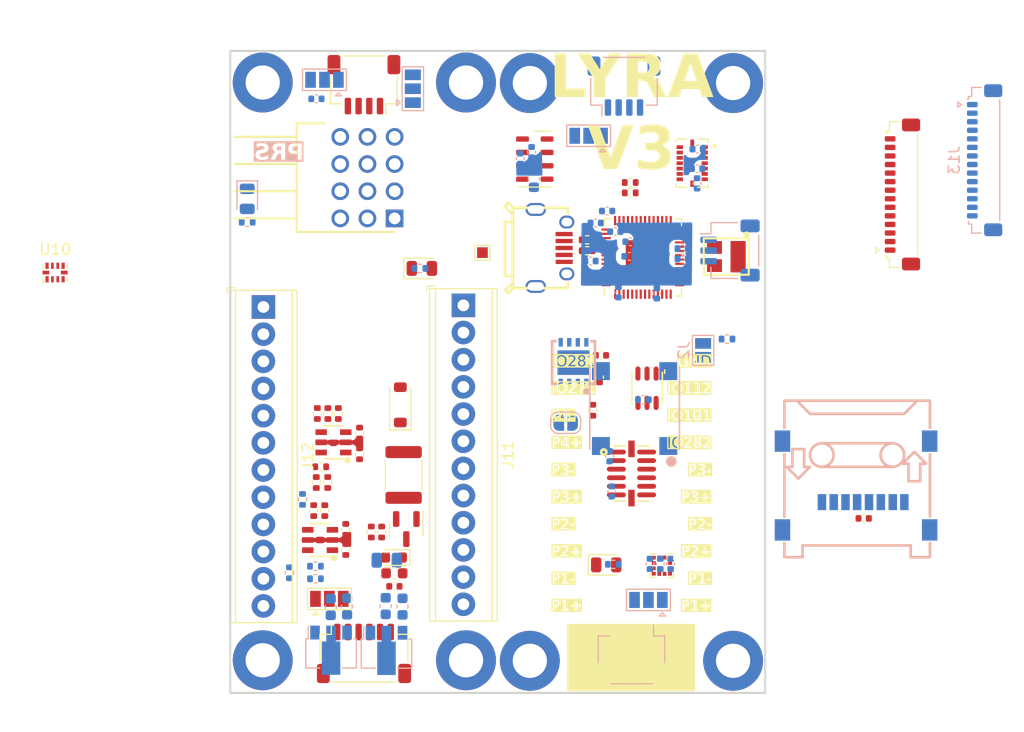
<source format=kicad_pcb>
(kicad_pcb (version 20221018) (generator pcbnew)
  (layers (0 "F.Cu" signal) (1 "In1.Cu" power) (2 "In2.Cu" power) (31 "B.Cu" signal) (34 "B.Paste" user) (35 "F.Paste" user) (36 "B.SilkS" user "B.Silkscreen") (37 "F.SilkS" user "F.Silkscreen") (38 "B.Mask" user) (39 "F.Mask" user) (44 "Edge.Cuts" user))
  (net 0 "")
  (net 1 "+12VA")
  (net 2 "GND")
  (net 3 "+3V3")
  (net 4 "+5V")
  (net 5 "/SERVO PWR")
  (net 6 "+1V1")
  (net 7 "VBUS")
  (net 8 "Net-(D2-A)")
  (net 9 "/LEDRED")
  (net 10 "/LEDGREEN")
  (net 11 "/LEDBLUE")
  (net 12 "Net-(Q1-S)")
  (net 13 "+12P")
  (net 14 "Net-(F2-Pad2)")
  (net 15 "/USB_D-")
  (net 16 "/USB_D+")
  (net 17 "/GPIO26")
  (net 18 "+12V")
  (net 19 "/BRKOUT CS BOT")
  (net 20 "/SPI0 MOSI")
  (net 21 "/SPI0 MISO")
  (net 22 "/SPI1 PWR BOT")
  (net 23 "/P2-")
  (net 24 "/P1-")
  (net 25 "/SWCLK")
  (net 26 "/RUN")
  (net 27 "/SWD")
  (net 28 "/SERVO3")
  (net 29 "/SERVO4")
  (net 30 "/SERVO1")
  (net 31 "/SERVO2")
  (net 32 "/I2C PWR")
  (net 33 "/I2C1 SCL")
  (net 34 "/I2C1 SDA")
  (net 35 "/UART PWR")
  (net 36 "/UART0 TX")
  (net 37 "/UART0 RX")
  (net 38 "/BOOTSEL")
  (net 40 "/BUZZER")
  (net 41 "Net-(Q2B-D)")
  (net 42 "Net-(Q2A-D)")
  (net 43 "/BATT SENSE")
  (net 44 "/QSPI_SS")
  (net 45 "/RP USB_D+")
  (net 46 "/RP USB_D-")
  (net 47 "Net-(U5-CAP)")
  (net 48 "/GPIO 102 BOT")
  (net 49 "/QSPI_SD1")
  (net 50 "/QSPI_SD2")
  (net 51 "/QSPI_SDO")
  (net 52 "/QSPI_SCLK")
  (net 53 "/QSPI_SD3")
  (net 54 "/XIN")
  (net 55 "/GPIO 112 BOT")
  (net 56 "Net-(D3-A)")
  (net 58 "Net-(U7-C1)")
  (net 59 "/PYRO PWR")
  (net 60 "Net-(LED1-+-Pad4)")
  (net 61 "Net-(Q3B-D)")
  (net 62 "Net-(Q3A-D)")
  (net 74 "/P4 CONT BOT")
  (net 75 "+BATT")
  (net 76 "/P3 CONT BOT")
  (net 77 "/P4 EN BOT")
  (net 78 "/P2 CONT BOT")
  (net 79 "/P3 EN BOT")
  (net 80 "/P1 CONT BOT")
  (net 81 "/P2 EN BOT")
  (net 82 "/BATT SENSE BOT")
  (net 83 "/P1 EN BOT")
  (net 90 "Net-(D4-A)")
  (net 91 "/SD CS BOT")
  (net 92 "/LED BOT")
  (net 93 "/INT21")
  (net 94 "/INT12")
  (net 100 "/GPIO27")
  (net 101 "/GPIO28")
  (net 104 "/GPIO27 BOT")
  (net 106 "/GPIO28 BOT")
  (net 107 "/UART PWR BOT")
  (net 108 "/UART0 TX BOT")
  (net 109 "/UART0 RX BOT")
  (net 110 "+5VD")
  (net 121 "/P4-")
  (net 122 "/P3-")
  (net 124 "/SPI1 MOSI BOT")
  (net 125 "/SPI1 SCLK BOT")
  (net 126 "/SPI1 MISO BOT")
  (net 128 "/SPI0 CSn")
  (net 129 "/SPI0 SCK")
  (net 147 "/I2C0 SCL")
  (net 148 "/I2C0 SDA")
  (footprint "Diode_SMD:D_SOD-123" (layer "F.Cu") (at 174.498 92.1004 90)
    (fp_text reference "D1")
    (fp_text value "D_Small")
    (pad "1" smd roundrect (at -1.65 0 90) (size 0.9 1.2) (layers "F.Cu" "F.Paste" "F.Mask") (net 1 "+12VA"))
    (pad "2" smd roundrect (at 1.65 0 90) (size 0.9 1.2) (layers "F.Cu" "F.Paste" "F.Mask") (net 7 "VBUS"))
  )
  (footprint "SamacSys_Parts:HDRRA12W64P254_3X4_1016X254X810P" (layer "F.Cu") (at 173.9625 74.676 90)
    (fp_text reference "J10")
    (fp_text value "TSW-104-08-T-T-RA" hide)
    (pad "1" thru_hole rect (at 0 0 90) (size 1.65 1.65) (drill 1.1) (layers "*.Cu" "*.Mask") (net 30 "/SERVO1"))
    (pad "2" thru_hole circle (at 0 -2.54 90) (size 1.65 1.65) (drill 1.1) (layers "*.Cu" "*.Mask") (net 5 "/SERVO PWR"))
    (pad "3" thru_hole circle (at 0 -5.08 90) (size 1.65 1.65) (drill 1.1) (layers "*.Cu" "*.Mask") (net 2 "GND"))
    (pad "4" thru_hole circle (at 2.54 0 90) (size 1.65 1.65) (drill 1.1) (layers "*.Cu" "*.Mask") (net 31 "/SERVO2"))
    (pad "5" thru_hole circle (at 2.54 -2.54 90) (size 1.65 1.65) (drill 1.1) (layers "*.Cu" "*.Mask") (net 5 "/SERVO PWR"))
    (pad "6" thru_hole circle (at 2.54 -5.08 90) (size 1.65 1.65) (drill 1.1) (layers "*.Cu" "*.Mask") (net 2 "GND"))
    (pad "7" thru_hole circle (at 5.08 0 90) (size 1.65 1.65) (drill 1.1) (layers "*.Cu" "*.Mask") (net 28 "/SERVO3"))
    (pad "8" thru_hole circle (at 5.08 -2.54 90) (size 1.65 1.65) (drill 1.1) (layers "*.Cu" "*.Mask") (net 5 "/SERVO PWR"))
    (pad "9" thru_hole circle (at 5.08 -5.08 90) (size 1.65 1.65) (drill 1.1) (layers "*.Cu" "*.Mask") (net 2 "GND"))
    (pad "10" thru_hole circle (at 7.62 0 90) (size 1.65 1.65) (drill 1.1) (layers "*.Cu" "*.Mask") (net 29 "/SERVO4"))
    (pad "11" thru_hole circle (at 7.62 -2.54 90) (size 1.65 1.65) (drill 1.1) (layers "*.Cu" "*.Mask") (net 5 "/SERVO PWR"))
    (pad "12" thru_hole circle (at 7.62 -5.08 90) (size 1.65 1.65) (drill 1.1) (layers "*.Cu" "*.Mask") (net 2 "GND"))
  )
  (footprint "TerminalBlock_Phoenix:TerminalBlock_Phoenix_MPT-0,5-12-2.54_1x12_P2.54mm_Horizontal" (layer "F.Cu") (at 161.6964 82.9564 -90)
    (fp_text reference "J12" (at 13.97 -4.16 -90) (layer "F.SilkS"))
    (fp_text value "Screw_Terminal_01x12")
    (pad "1" thru_hole rect (at 0 0 270) (size 2.2 2.2) (drill 1.1) (layers "*.Cu" "*.Mask") (net 1 "+12VA"))
    (pad "2" thru_hole circle (at 2.54 0 270) (size 2.2 2.2) (drill 1.1) (layers "*.Cu" "*.Mask") (net 4 "+5V"))
    (pad "3" thru_hole circle (at 5.08 0 270) (size 2.2 2.2) (drill 1.1) (layers "*.Cu" "*.Mask") (net 3 "+3V3"))
    (pad "4" thru_hole circle (at 7.62 0 270) (size 2.2 2.2) (drill 1.1) (layers "*.Cu" "*.Mask") (net 2 "GND"))
    (pad "5" thru_hole circle (at 10.16 0 270) (size 2.2 2.2) (drill 1.1) (layers "*.Cu" "*.Mask") (net 121 "/P4-"))
    (pad "6" thru_hole circle (at 12.7 0 270) (size 2.2 2.2) (drill 1.1) (layers "*.Cu" "*.Mask") (net 59 "/PYRO PWR"))
    (pad "7" thru_hole circle (at 15.24 0 270) (size 2.2 2.2) (drill 1.1) (layers "*.Cu" "*.Mask") (net 122 "/P3-"))
    (pad "8" thru_hole circle (at 17.78 0 270) (size 2.2 2.2) (drill 1.1) (layers "*.Cu" "*.Mask") (net 59 "/PYRO PWR"))
    (pad "9" thru_hole circle (at 20.32 0 270) (size 2.2 2.2) (drill 1.1) (layers "*.Cu" "*.Mask") (net 23 "/P2-"))
    (pad "10" thru_hole circle (at 22.86 0 270) (size 2.2 2.2) (drill 1.1) (layers "*.Cu" "*.Mask") (net 59 "/PYRO PWR"))
    (pad "11" thru_hole circle (at 25.4 0 270) (size 2.2 2.2) (drill 1.1) (layers "*.Cu" "*.Mask") (net 24 "/P1-"))
    (pad "12" thru_hole circle (at 27.94 0 270) (size 2.2 2.2) (drill 1.1) (layers "*.Cu" "*.Mask") (net 59 "/PYRO PWR"))
  )
  (footprint "MountingHole:MountingHole_3.2mm_M3_DIN965_Pad" (layer "F.Cu") (at 161.635 61.976)
    (fp_text reference "H1")
    (fp_text value "MountingHole_Pad")
    (pad "1" thru_hole circle (at 0 0) (size 5.6 5.6) (drill 3.2) (layers "*.Cu" "*.Mask") (net 2 "GND"))
  )
  (footprint "Resistor_SMD:R_0402_1005Metric" (layer "F.Cu") (at 195.9844 72.2884)
    (fp_text reference "R14")
    (fp_text value "2k2")
    (pad "1" smd roundrect (at -0.51 0) (size 0.54 0.64) (layers "F.Cu" "F.Paste" "F.Mask") (net 3 "+3V3"))
    (pad "2" smd roundrect (at 0.51 0) (size 0.54 0.64) (layers "F.Cu" "F.Paste" "F.Mask") (net 34 "/I2C1 SDA"))
  )
  (footprint "Diode_SMD:D_0603_1608Metric" (layer "F.Cu") (at 173.8884 106.3752 180)
    (fp_text reference "FB1")
    (fp_text value "FerriteBead_Small")
    (pad "1" smd roundrect (at -0.7875 0 180) (size 0.875 0.95) (layers "F.Cu" "F.Paste" "F.Mask") (net 14 "Net-(F2-Pad2)"))
    (pad "2" smd roundrect (at 0.7875 0 180) (size 0.875 0.95) (layers "F.Cu" "F.Paste" "F.Mask") (net 1 "+12VA"))
  )
  (footprint "Resistor_SMD:R_0402_1005Metric" (layer "F.Cu") (at 170.6846 96.6744 -90)
    (fp_text reference "R12")
    (fp_text value "470R")
    (pad "1" smd roundrect (at -0.51 0 270) (size 0.54 0.64) (layers "F.Cu" "F.Paste" "F.Mask") (net 2 "GND"))
    (pad "2" smd roundrect (at 0.51 0 270) (size 0.54 0.64) (layers "F.Cu" "F.Paste" "F.Mask") (net 79 "/P3 EN BOT"))
  )
  (footprint "Package_LGA:NXP_LGA-8_3x5mm_P1.25mm_H1.1mm" (layer "F.Cu") (at 187.064 69.1342)
    (fp_text reference "U5")
    (fp_text value "MPL3115A2")
    (pad "1" smd roundrect (at -1.15 -1.875) (size 1.2 0.5) (layers "F.Cu" "F.Paste" "F.Mask") (net 3 "+3V3"))
    (pad "2" smd roundrect (at -1.15 -0.625) (size 1.2 0.5) (layers "F.Cu" "F.Paste" "F.Mask") (net 47 "Net-(U5-CAP)"))
    (pad "3" smd roundrect (at -1.15 0.625) (size 1.2 0.5) (layers "F.Cu" "F.Paste" "F.Mask") (net 2 "GND"))
    (pad "4" smd roundrect (at -1.15 1.875) (size 1.2 0.5) (layers "F.Cu" "F.Paste" "F.Mask") (net 3 "+3V3"))
    (pad "5" smd roundrect (at 1.15 1.875) (size 1.2 0.5) (layers "F.Cu" "F.Paste" "F.Mask"))
    (pad "6" smd roundrect (at 1.15 0.625) (size 1.2 0.5) (layers "F.Cu" "F.Paste" "F.Mask"))
    (pad "7" smd roundrect (at 1.15 -0.625) (size 1.2 0.5) (layers "F.Cu" "F.Paste" "F.Mask") (net 148 "/I2C0 SDA"))
    (pad "8" smd roundrect (at 1.15 -1.875) (size 1.2 0.5) (layers "F.Cu" "F.Paste" "F.Mask") (net 147 "/I2C0 SCL"))
  )
  (footprint "Capacitor_SMD:C_0603_1608Metric" (layer "F.Cu") (at 173.9392 107.8484)
    (fp_text reference "C11")
    (fp_text value "10u")
    (pad "1" smd roundrect (at -0.775 0) (size 0.9 0.95) (layers "F.Cu" "F.Paste" "F.Mask") (net 1 "+12VA"))
    (pad "2" smd roundrect (at 0.775 0) (size 0.9 0.95) (layers "F.Cu" "F.Paste" "F.Mask") (net 2 "GND"))
  )
  (footprint "Resistor_SMD:R_0402_1005Metric" (layer "F.Cu") (at 169.3962 105.6224 -90)
    (fp_text reference "R11")
    (fp_text value "470R")
    (pad "1" smd roundrect (at -0.51 0 270) (size 0.54 0.64) (layers "F.Cu" "F.Paste" "F.Mask") (net 2 "GND"))
    (pad "2" smd roundrect (at 0.51 0 270) (size 0.54 0.64) (layers "F.Cu" "F.Paste" "F.Mask") (net 83 "/P1 EN BOT"))
  )
  (footprint "Resistor_SMD:R_0402_1005Metric" (layer "F.Cu") (at 191.9592 76.6783 180)
    (fp_text reference "R22")
    (fp_text value "27R")
    (pad "1" smd roundrect (at -0.51 0 180) (size 0.54 0.64) (layers "F.Cu" "F.Paste" "F.Mask") (net 46 "/RP USB_D-"))
    (pad "2" smd roundrect (at 0.51 0 180) (size 0.54 0.64) (layers "F.Cu" "F.Paste" "F.Mask") (net 15 "/USB_D-"))
  )
  (footprint "Fuse:Fuse_1812_4532Metric" (layer "F.Cu") (at 174.8028 98.6536 90)
    (fp_text reference "F1")
    (fp_text value "2a")
    (pad "1" smd roundrect (at -2.1375 0 90) (size 1.125 3.4) (layers "F.Cu" "F.Paste" "F.Mask") (roundrect_rratio 0.222222) (net 12 "Net-(Q1-S)"))
    (pad "2" smd roundrect (at 2.1375 0 90) (size 1.125 3.4) (layers "F.Cu" "F.Paste" "F.Mask") (roundrect_rratio 0.222222) (net 13 "+12P"))
  )
  (footprint "Package_DFN_QFN:QFN-56-1EP_7x7mm_P0.4mm_EP3.2x3.2mm" (layer "F.Cu") (at 197.1676 78.3208 90)
    (fp_text reference "U8")
    (fp_text value "RP2040")
    (pad "1" smd roundrect (at -3.4375 -2.6 90) (size 0.875 0.2) (layers "F.Cu" "F.Paste" "F.Mask") (net 3 "+3V3"))
    (pad "2" smd roundrect (at -3.4375 -2.2 90) (size 0.875 0.2) (layers "F.Cu" "F.Paste" "F.Mask"))
    (pad "3" smd roundrect (at -3.4375 -1.8 90) (size 0.875 0.2) (layers "F.Cu" "F.Paste" "F.Mask"))
    (pad "4" smd roundrect (at -3.4375 -1.4 90) (size 0.875 0.2) (layers "F.Cu" "F.Paste" "F.Mask"))
    (pad "5" smd roundrect (at -3.4375 -1 90) (size 0.875 0.2) (layers "F.Cu" "F.Paste" "F.Mask"))
    (pad "6" smd roundrect (at -3.4375 -0.6 90) (size 0.875 0.2) (layers "F.Cu" "F.Paste" "F.Mask") (net 148 "/I2C0 SDA"))
    (pad "7" smd roundrect (at -3.4375 -0.2 90) (size 0.875 0.2) (layers "F.Cu" "F.Paste" "F.Mask") (net 147 "/I2C0 SCL"))
    (pad "8" smd roundrect (at -3.4375 0.2 90) (size 0.875 0.2) (layers "F.Cu" "F.Paste" "F.Mask") (net 40 "/BUZZER"))
    (pad "9" smd roundrect (at -3.4375 0.6 90) (size 0.875 0.2) (layers "F.Cu" "F.Paste" "F.Mask"))
    (pad "10" smd roundrect (at -3.4375 1 90) (size 0.875 0.2) (layers "F.Cu" "F.Paste" "F.Mask") (net 3 "+3V3"))
    (pad "11" smd roundrect (at -3.4375 1.4 90) (size 0.875 0.2) (layers "F.Cu" "F.Paste" "F.Mask"))
    (pad "12" smd roundrect (at -3.4375 1.8 90) (size 0.875 0.2) (layers "F.Cu" "F.Paste" "F.Mask") (net 9 "/LEDRED"))
    (pad "13" smd roundrect (at -3.4375 2.2 90) (size 0.875 0.2) (layers "F.Cu" "F.Paste" "F.Mask") (net 10 "/LEDGREEN"))
    (pad "14" smd roundrect (at -3.4375 2.6 90) (size 0.875 0.2) (layers "F.Cu" "F.Paste" "F.Mask") (net 11 "/LEDBLUE"))
    (pad "15" smd roundrect (at -2.6 3.4375 90) (size 0.2 0.875) (layers "F.Cu" "F.Paste" "F.Mask"))
    (pad "16" smd roundrect (at -2.2 3.4375 90) (size 0.2 0.875) (layers "F.Cu" "F.Paste" "F.Mask"))
    (pad "17" smd roundrect (at -1.8 3.4375 90) (size 0.2 0.875) (layers "F.Cu" "F.Paste" "F.Mask"))
    (pad "18" smd roundrect (at -1.4 3.4375 90) (size 0.2 0.875) (layers "F.Cu" "F.Paste" "F.Mask"))
    (pad "19" smd roundrect (at -1 3.4375 90) (size 0.2 0.875) (layers "F.Cu" "F.Paste" "F.Mask") (net 2 "GND"))
    (pad "20" smd roundrect (at -0.6 3.4375 90) (size 0.2 0.875) (layers "F.Cu" "F.Paste" "F.Mask") (net 54 "/XIN"))
    (pad "21" smd roundrect (at -0.2 3.4375 90) (size 0.2 0.875) (layers "F.Cu" "F.Paste" "F.Mask"))
    (pad "22" smd roundrect (at 0.2 3.4375 90) (size 0.2 0.875) (layers "F.Cu" "F.Paste" "F.Mask") (net 3 "+3V3"))
    (pad "23" smd roundrect (at 0.6 3.4375 90) (size 0.2 0.875) (layers "F.Cu" "F.Paste" "F.Mask") (net 6 "+1V1"))
    (pad "24" smd roundrect (at 1 3.4375 90) (size 0.2 0.875) (layers "F.Cu" "F.Paste" "F.Mask") (net 25 "/SWCLK"))
    (pad "25" smd roundrect (at 1.4 3.4375 90) (size 0.2 0.875) (layers "F.Cu" "F.Paste" "F.Mask") (net 27 "/SWD"))
    (pad "26" smd roundrect (at 1.8 3.4375 90) (size 0.2 0.875) (layers "F.Cu" "F.Paste" "F.Mask") (net 26 "/RUN"))
    (pad "27" smd roundrect (at 2.2 3.4375 90) (size 0.2 0.875) (layers "F.Cu" "F.Paste" "F.Mask") (net 36 "/UART0 TX"))
    (pad "28" smd roundrect (at 2.6 3.4375 90) (size 0.2 0.875) (layers "F.Cu" "F.Paste" "F.Mask") (net 37 "/UART0 RX"))
    (pad "29" smd roundrect (at 3.4375 2.6 90) (size 0.875 0.2) (layers "F.Cu" "F.Paste" "F.Mask") (net 129 "/SPI0 SCK"))
    (pad "30" smd roundrect (at 3.4375 2.2 90) (size 0.875 0.2) (layers "F.Cu" "F.Paste" "F.Mask") (net 21 "/SPI0 MISO"))
    (pad "31" smd roundrect (at 3.4375 1.8 90) (size 0.875 0.2) (layers "F.Cu" "F.Paste" "F.Mask") (net 20 "/SPI0 MOSI"))
    (pad "32" smd roundrect (at 3.4375 1.4 90) (size 0.875 0.2) (layers "F.Cu" "F.Paste" "F.Mask") (net 128 "/SPI0 CSn"))
    (pad "33" smd roundrect (at 3.4375 1 90) (size 0.875 0.2) (layers "F.Cu" "F.Paste" "F.Mask") (net 3 "+3V3"))
    (pad "34" smd roundrect (at 3.4375 0.6 90) (size 0.875 0.2) (layers "F.Cu" "F.Paste" "F.Mask") (net 34 "/I2C1 SDA"))
    (pad "35" smd roundrect (at 3.4375 0.2 90) (size 0.875 0.2) (layers "F.Cu" "F.Paste" "F.Mask") (net 33 "/I2C1 SCL"))
    (pad "36" smd roundrect (at 3.4375 -0.2 90) (size 0.875 0.2) (layers "F.Cu" "F.Paste" "F.Mask"))
    (pad "37" smd roundrect (at 3.4375 -0.6 90) (size 0.875 0.2) (layers "F.Cu" "F.Paste" "F.Mask"))
    (pad "38" smd roundrect (at 3.4375 -1 90) (size 0.875 0.2) (layers "F.Cu" "F.Paste" "F.Mask"))
    (pad "39" smd roundrect (at 3.4375 -1.4 90) (size 0.875 0.2) (layers "F.Cu" "F.Paste" "F.Mask"))
    (pad "40" smd roundrect (at 3.4375 -1.8 90) (size 0.875 0.2) (layers "F.Cu" "F.Paste" "F.Mask"))
    (pad "41" smd roundrect (at 3.4375 -2.2 90) (size 0.875 0.2) (layers "F.Cu" "F.Paste" "F.Mask") (net 43 "/BATT SENSE"))
    (pad "42" smd roundrect (at 3.4375 -2.6 90) (size 0.875 0.2) (layers "F.Cu" "F.Paste" "F.Mask") (net 3 "+3V3"))
    (pad "43" smd roundrect (at 2.6 -3.4375 90) (size 0.2 0.875) (layers "F.Cu" "F.Paste" "F.Mask") (net 3 "+3V3"))
    (pad "44" smd roundrect (at 2.2 -3.4375 90) (size 0.2 0.875) (layers "F.Cu" "F.Paste" "F.Mask") (net 3 "+3V3"))
    (pad "45" smd roundrect (at 1.8 -3.4375 90) (size 0.2 0.875) (layers "F.Cu" "F.Paste" "F.Mask") (net 6 "+1V1"))
    (pad "46" smd roundrect (at 1.4 -3.4375 90) (size 0.2 0.875) (layers "F.Cu" "F.Paste" "F.Mask") (net 46 "/RP USB_D-"))
    (pad "47" smd roundrect (at 1 -3.4375 90) (size 0.2 0.875) (layers "F.Cu" "F.Paste" "F.Mask") (net 45 "/RP USB_D+"))
    (pad "48" smd roundrect (at 0.6 -3.4375 90) (size 0.2 0.875) (layers "F.Cu" "F.Paste" "F.Mask") (net 3 "+3V3"))
    (pad "49" smd roundrect (at 0.2 -3.4375 90) (size 0.2 0.875) (layers "F.Cu" "F.Paste" "F.Mask") (net 3 "+3V3"))
    (pad "50" smd roundrect (at -0.2 -3.4375 90) (size 0.2 0.875) (layers "F.Cu" "F.Paste" "F.Mask") (net 6 "+1V1"))
    (pad "51" smd roundrect (at -0.6 -3.4375 90) (size 0.2 0.875) (layers "F.Cu" "F.Paste" "F.Mask") (net 53 "/QSPI_SD3"))
    (pad "52" smd roundrect (at -1 -3.4375 90) (size 0.2 0.875) (layers "F.Cu" "F.Paste" "F.Mask") (net 52 "/QSPI_SCLK"))
    (pad "53" smd roundrect (at -1.4 -3.4375 90) (size 0.2 0.875) (layers "F.Cu" "F.Paste" "F.Mask") (net 51 "/QSPI_SDO"))
    (pad "54" smd roundrect (at -1.8 -3.4375 90) (size 0.2 0.875) (layers "F.Cu" "F.Paste" "F.Mask") (net 50 "/QSPI_SD2"))
    (pad "55" smd roundrect (at -2.2 -3.4375 90) (size 0.2 0.875) (layers "F.Cu" "F.Paste" "F.Mask") (net 49 "/QSPI_SD1"))
    (pad "56" smd roundrect (at -2.6 -3.4375 90) (size 0.2 0.875) (layers "F.Cu" "F.Paste" "F.Mask") (net 44 "/QSPI_SS"))
    (pad "57" smd rect (at 0 0 90) (size 3.2 3.2) (layers "F.Cu" "F.Mask") (net 2 "GND"))
  )
  (footprint "MountingHole:MountingHole_3.2mm_M3_DIN965_Pad" (layer "F.Cu") (at 186.6 116.025)
    (fp_text reference "H7")
    (fp_text value "MountingHole_Pad")
    (pad "1" thru_hole circle (at 0 0) (size 5.6 5.6) (drill 3.2) (layers "*.Cu" "*.Mask") (net 2 "GND"))
  )
  (footprint "Resistor_SMD:R_0402_1005Metric" (layer "F.Cu") (at 192.4812 92.6084 -90)
    (fp_text reference "R26")
    (fp_text value "1k")
    (pad "1" smd roundrect (at -0.51 0 270) (size 0.54 0.64) (layers "F.Cu" "F.Paste" "F.Mask") (net 44 "/QSPI_SS"))
    (pad "2" smd roundrect (at 0.51 0 270) (size 0.54 0.64) (layers "F.Cu" "F.Paste" "F.Mask") (net 38 "/BOOTSEL"))
  )
  (footprint "Capacitor_SMD:C_0402_1005Metric" (layer "F.Cu") (at 193.1188 89.5096 -90)
    (fp_text reference "C31")
    (fp_text value "2u2")
    (pad "1" smd roundrect (at -0.48 0 270) (size 0.56 0.62) (layers "F.Cu" "F.Paste" "F.Mask") (net 3 "+3V3"))
    (pad "2" smd roundrect (at 0.48 0 270) (size 0.56 0.62) (layers "F.Cu" "F.Paste" "F.Mask") (net 2 "GND"))
  )
  (footprint "LED_SMD:LED_0805_2012Metric" (layer "F.Cu") (at 176.5069 79.3496)
    (fp_text reference "D4")
    (fp_text value "LED")
    (pad "1" smd roundrect (at -0.9375 0) (size 0.975 1.4) (layers "F.Cu" "F.Paste" "F.Mask") (net 2 "GND"))
    (pad "2" smd roundrect (at 0.9375 0) (size 0.975 1.4) (layers "F.Cu" "F.Paste" "F.Mask") (net 90 "Net-(D4-A)"))
  )
  (footprint "easyeda2kicad:LED-SMD_6P-L2.7-W2.8-TL" (layer "F.Cu") (at 197.5528 90.551 -90)
    (fp_text reference "LED1")
    (fp_text value "FM-Z2727RGBA-SH")
    (pad "1" smd oval (at -1.37 -0.85 180) (size 0.48 1.33) (layers "F.Cu" "F.Paste" "F.Mask") (net 11 "/LEDBLUE"))
    (pad "2" smd oval (at -1.37 0 180) (size 0.48 1.33) (layers "F.Cu" "F.Paste" "F.Mask") (net 10 "/LEDGREEN"))
    (pad "3" smd oval (at -1.37 0.85 180) (size 0.48 1.33) (layers "F.Cu" "F.Paste" "F.Mask") (net 9 "/LEDRED"))
    (pad "4" smd oval (at 1.37 0.85 180) (size 0.48 1.33) (layers "F.Cu" "F.Paste" "F.Mask") (net 60 "Net-(LED1-+-Pad4)"))
    (pad "5" smd oval (at 1.37 0 180) (size 0.48 1.33) (layers "F.Cu" "F.Paste" "F.Mask") (net 60 "Net-(LED1-+-Pad4)"))
    (pad "6" smd oval (at 1.37 -0.85 180) (size 0.48 1.33) (layers "F.Cu" "F.Paste" "F.Mask") (net 60 "Net-(LED1-+-Pad4)"))
  )
  (footprint "Connector_JST:JST_SH_SM06B-SRSS-TB_1x06-1MP_P1.00mm_Horizontal" (layer "F.Cu") (at 171.1 115.3348)
    (fp_text reference "J7")
    (fp_text value "Conn_02x03_Odd_Even")
    (pad "1" smd roundrect (at -2.5 -2) (size 0.6 1.55) (layers "F.Cu" "F.Paste" "F.Mask") (net 22 "/SPI1 PWR BOT"))
    (pad "2" smd roundrect (at -1.5 -2) (size 0.6 1.55) (layers "F.Cu" "F.Paste" "F.Mask") (net 125 "/SPI1 SCLK BOT"))
    (pad "3" smd roundrect (at -0.5 -2) (size 0.6 1.55) (layers "F.Cu" "F.Paste" "F.Mask") (net 124 "/SPI1 MOSI BOT"))
    (pad "4" smd roundrect (at 0.5 -2) (size 0.6 1.55) (layers "F.Cu" "F.Paste" "F.Mask") (net 126 "/SPI1 MISO BOT"))
    (pad "5" smd roundrect (at 1.5 -2) (size 0.6 1.55) (layers "F.Cu" "F.Paste" "F.Mask") (net 2 "GND"))
    (pad "6" smd roundrect (at 2.5 -2) (size 0.6 1.55) (layers "F.Cu" "F.Paste" "F.Mask") (net 19 "/BRKOUT CS BOT"))
    (pad "MP" smd roundrect (at -3.8 1.875) (size 1.2 1.8) (layers "F.Cu" "F.Paste" "F.Mask") (roundrect_rratio 0.208333))
    (pad "MP" smd roundrect (at 3.8 1.875) (size 1.2 1.8) (layers "F.Cu" "F.Paste" "F.Mask") (roundrect_rratio 0.208333))
  )
  (footprint "easyeda2kicad:X2QFN-10_L2.0-W1.5-P0.50-BL" (layer "F.Cu") (at 142.228 79.7356)
    (fp_text reference "U10" (at 0.012 -2.164) (layer "F.SilkS"))
    (fp_text value "ADS1015IDGS")
    (pad "1" smd rect (at -0.75 0.63) (size 0.3 0.58) (layers "F.Cu" "F.Paste" "F.Mask"))
    (pad "2" smd rect (at -0.25 0.63) (size 0.25 0.58) (layers "F.Cu" "F.Paste" "F.Mask"))
    (pad "3" smd rect (at 0.25 0.63) (size 0.25 0.58) (layers "F.Cu" "F.Paste" "F.Mask"))
    (pad "4" smd rect (at 0.75 0.63) (size 0.3 0.58) (layers "F.Cu" "F.Paste" "F.Mask"))
    (pad "5" smd rect (at 0.86 0 90) (size 0.35 0.63) (layers "F.Cu" "F.Paste" "F.Mask"))
    (pad "6" smd rect (at 0.75 -0.63) (size 0.3 0.58) (layers "F.Cu" "F.Paste" "F.Mask"))
    (pad "7" smd rect (at 0.25 -0.63) (size 0.25 0.58) (layers "F.Cu" "F.Paste" "F.Mask"))
    (pad "8" smd rect (at -0.25 -0.63) (size 0.25 0.58) (layers "F.Cu" "F.Paste" "F.Mask"))
    (pad "9" smd rect (at -0.75 -0.63) (size 0.3 0.58) (layers "F.Cu" "F.Paste" "F.Mask"))
    (pad "10" smd rect (at -0.86 0 90) (size 0.35 0.63) (layers "F.Cu" "F.Paste" "F.Mask"))
  )
  (footprint "Resistor_SMD:R_0402_1005Metric" (layer "F.Cu") (at 171.7838 103.9876 -90)
    (fp_text reference "R3")
    (fp_text value "6k")
    (pad "1" smd roundrect (at -0.51 0 270) (size 0.54 0.64) (layers "F.Cu" "F.Paste" "F.Mask") (net 82 "/BATT SENSE BOT"))
    (pad "2" smd roundrect (at 0.51 0 270) (size 0.54 0.64) (layers "F.Cu" "F.Paste" "F.Mask") (net 2 "GND"))
  )
  (footprint "easyeda2kicad:OSC-SMD_4P-L3.2-W2.5-BL_SIT8008BI" (layer "F.Cu") (at 204.9562 78.2413 180)
    (fp_text reference "X1")
    (fp_text value "S3D12.288000B20F30T")
    (pad "1" smd rect (at -1.1 0.85 180) (size 1.4 1.2) (layers "F.Cu" "F.Paste" "F.Mask") (net 3 "+3V3"))
    (pad "2" smd rect (at 1.1 0.85 180) (size 1.4 1.2) (layers "F.Cu" "F.Paste" "F.Mask") (net 2 "GND"))
    (pad "3" smd rect (at 1.1 -0.85 180) (size 1.4 1.2) (layers "F.Cu" "F.Paste" "F.Mask") (net 54 "/XIN"))
    (pad "4" smd rect (at -1.1 -0.85 180) (size 1.4 1.2) (layers "F.Cu" "F.Paste" "F.Mask") (net 3 "+3V3"))
  )
  (footprint "Resistor_SMD:R_0402_1005Metric" (layer "F.Cu") (at 167.0508 97.8916)
    (fp_text reference "R6")
    (fp_text value "10R")
    (pad "1" smd roundrect (at -0.51 0) (size 0.54 0.64) (layers "F.Cu" "F.Paste" "F.Mask") (net 122 "/P3-"))
    (pad "2" smd roundrect (at 0.51 0) (size 0.54 0.64) (layers "F.Cu" "F.Paste" "F.Mask") (net 62 "Net-(Q3A-D)"))
  )
  (footprint "Resistor_SMD:R_0402_1005Metric" (layer "F.Cu") (at 170.6846 94.742 90)
    (fp_text reference "R24")
    (fp_text value "470R")
    (pad "1" smd roundrect (at -0.51 0 90) (size 0.54 0.64) (layers "F.Cu" "F.Paste" "F.Mask") (net 2 "GND"))
    (pad "2" smd roundrect (at 0.51 0 90) (size 0.54 0.64) (layers "F.Cu" "F.Paste" "F.Mask") (net 77 "/P4 EN BOT"))
  )
  (footprint "Connector_JST:JST_SH_SM04B-SRSS-TB_1x04-1MP_P1.00mm_Horizontal" (layer "F.Cu") (at 171.0944 62.1792 180)
    (fp_text reference "J1")
    (fp_text value "Conn_01x04")
    (pad "1" smd roundrect (at -1.5 -2 180) (size 0.6 1.55) (layers "F.Cu" "F.Paste" "F.Mask") (net 107 "/UART PWR BOT"))
    (pad "2" smd roundrect (at -0.5 -2 180) (size 0.6 1.55) (layers "F.Cu" "F.Paste" "F.Mask") (net 108 "/UART0 TX BOT"))
    (pad "3" smd roundrect (at 0.5 -2 180) (size 0.6 1.55) (layers "F.Cu" "F.Paste" "F.Mask") (net 109 "/UART0 RX BOT"))
    (pad "4" smd roundrect (at 1.5 -2 180) (size 0.6 1.55) (layers "F.Cu" "F.Paste" "F.Mask") (net 2 "GND"))
    (pad "MP" smd roundrect (at -2.8 1.875 180) (size 1.2 1.8) (layers "F.Cu" "F.Paste" "F.Mask") (roundrect_rratio 0.208333))
    (pad "MP" smd roundrect (at 2.8 1.875 180) (size 1.2 1.8) (layers "F.Cu" "F.Paste" "F.Mask") (roundrect_rratio 0.208333))
  )
  (footprint "Package_TO_SOT_SMD:SOT-23" (layer "F.Cu") (at 175.0568 103.7105 -90)
    (fp_text reference "Q1")
    (fp_text value "AO3401A")
    (pad "1" smd roundrect (at -0.9375 -0.95 270) (size 1.475 0.6) (layers "F.Cu" "F.Paste" "F.Mask") (net 2 "GND"))
    (pad "2" smd roundrect (at -0.9375 0.95 270) (size 1.475 0.6) (layers "F.Cu" "F.Paste" "F.Mask") (net 12 "Net-(Q1-S)"))
    (pad "3" smd roundrect (at 0.9375 0 270) (size 1.475 0.6) (layers "F.Cu" "F.Paste" "F.Mask") (net 18 "+12V"))
  )
  (footprint "easyeda2kicad:MICRO-USB-SMD_U254-051T-4BHJ25-F2S" (layer "F.Cu") (at 188.6042 77.4403 -90)
    (fp_text reference "J6")
    (fp_text value "USB_B_Micro")
    (pad "1" smd rect (at -1.3 -1.2 270) (size 0.4 1.6) (layers "F.Cu" "F.Paste" "F.Mask"))
    (pad "2" smd rect (at -0.65 -1.2 270) (size 0.4 1.6) (layers "F.Cu" "F.Paste" "F.Mask") (net 15 "/USB_D-"))
    (pad "3" smd rect (at 0 -1.2 270) (size 0.4 1.6) (layers "F.Cu" "F.Paste" "F.Mask") (net 16 "/USB_D+"))
    (pad "4" smd rect (at 0.65 -1.2 270) (size 0.4 1.6) (layers "F.Cu" "F.Paste" "F.Mask"))
    (pad "5" smd rect (at 1.3 -1.21 270) (size 0.4 1.6) (layers "F.Cu" "F.Paste" "F.Mask") (net 2 "GND"))
    (pad "6" thru_hole oval (at 2.42 -1.45 270) (size 1.2 1.4) (drill oval 0.799998 0.999998) (layers "*.Cu" "*.Mask"))
    (pad "7" thru_hole oval (at -2.42 -1.45 270) (size 1.2 1.4) (drill oval 0.799998 0.999998) (layers "*.Cu" "*.Mask"))
    (pad "8" thru_hole oval (at -3.6 1.45 270) (size 1.2 1.9) (drill oval 0.799998 1.499997) (layers "*.Cu" "*.Mask"))
    (pad "9" thru_hole oval (at 3.6 1.45 270) (size 1.2 1.9) (drill oval 0.799998 1.499997) (layers "*.Cu" "*.Mask"))
  )
  (footprint "Resistor_SMD:R_0402_1005Metric" (layer "F.Cu") (at 172.749 103.9876 90)
    (fp_text reference "R2")
    (fp_text value "20k")
    (pad "1" smd roundrect (at -0.51 0 90) (size 0.54 0.64) (layers "F.Cu" "F.Paste" "F.Mask") (net 18 "+12V"))
    (pad "2" smd roundrect (at 0.51 0 90) (size 0.54 0.64) (layers "F.Cu" "F.Paste" "F.Mask") (net 82 "/BATT SENSE BOT"))
  )
  (footprint "Capacitor_SMD:C_0402_1005Metric" (layer "F.Cu") (at 193.2432 87.4776)
    (fp_text reference "C32")
    (fp_text value "100n")
    (pad "1" smd roundrect (at -0.48 0) (size 0.56 0.62) (layers "F.Cu" "F.Paste" "F.Mask") (net 3 "+3V3"))
    (pad "2" smd roundrect (at 0.48 0) (size 0.56 0.62) (layers "F.Cu" "F.Paste" "F.Mask") (net 2 "GND"))
  )
  (footprint "SnapEDA Library:PQFN50P450X300X100-16N" (layer "F.Cu") (at 201.7776 69.5187 -90)
    (fp_text reference "U4")
    (fp_text value "BMI088")
    (pad "1" smd rect (at -1.5 -1.165 180) (size 0.59 0.35) (layers "F.Cu" "F.Paste" "F.Mask"))
    (pad "2" smd rect (at -1 -1.165 180) (size 0.59 0.35) (layers "F.Cu" "F.Paste" "F.Mask"))
    (pad "3" smd rect (at -0.5 -1.165 180) (size 0.59 0.35) (layers "F.Cu" "F.Paste" "F.Mask") (net 3 "+3V3"))
    (pad "4" smd rect (at 0 -1.165 180) (size 0.59 0.35) (layers "F.Cu" "F.Paste" "F.Mask") (net 2 "GND"))
    (pad "5" smd rect (at 0.5 -1.165 180) (size 0.59 0.35) (layers "F.Cu" "F.Paste" "F.Mask"))
    (pad "6" smd rect (at 1 -1.165 180) (size 0.59 0.35) (layers "F.Cu" "F.Paste" "F.Mask") (net 2 "GND"))
    (pad "7" smd rect (at 1.5 -1.165 180) (size 0.59 0.35) (layers "F.Cu" "F.Paste" "F.Mask") (net 3 "+3V3"))
    (pad "8" smd rect (at 1.915 0 90) (size 0.59 0.35) (layers "F.Cu" "F.Paste" "F.Mask") (net 147 "/I2C0 SCL"))
    (pad "9" smd rect (at 1.5 1.165) (size 0.59 0.35) (layers "F.Cu" "F.Paste" "F.Mask") (net 148 "/I2C0 SDA"))
    (pad "10" smd rect (at 1 1.165) (size 0.59 0.35) (layers "F.Cu" "F.Paste" "F.Mask") (net 2 "GND"))
    (pad "11" smd rect (at 0.5 1.165) (size 0.59 0.35) (layers "F.Cu" "F.Paste" "F.Mask") (net 3 "+3V3"))
    (pad "12" smd rect (at 0 1.165) (size 0.59 0.35) (layers "F.Cu" "F.Paste" "F.Mask"))
    (pad "13" smd rect (at -0.5 1.165) (size 0.59 0.35) (layers "F.Cu" "F.Paste" "F.Mask"))
    (pad "14" smd rect (at -1 1.165) (size 0.59 0.35) (layers "F.Cu" "F.Paste" "F.Mask") (net 3 "+3V3"))
    (pad "15" smd rect (at -1.5 1.165) (size 0.59 0.35) (layers "F.Cu" "F.Paste" "F.Mask") (net 2 "GND"))
    (pad "16" smd rect (at -1.915 0 270) (size 0.59 0.35) (layers "F.Cu" "F.Paste" "F.Mask"))
  )
  (footprint "TestPoint:TestPoint_Pad_1.0x1.0mm" (layer "F.Cu") (at 182.1688 77.8764)
    (fp_text reference "TP1")
    (fp_text value "TestPoint")
    (pad "1" smd rect (at 0 0) (size 1 1) (layers "F.Cu" "F.Mask") (net 104 "/GPIO27 BOT"))
  )
  (footprint "MountingHole:MountingHole_3.2mm_M3_DIN965_Pad" (layer "F.Cu") (at 186.6 62.025)
    (fp_text reference "H5")
    (fp_text value "MountingHole_Pad")
    (pad "1" thru_hole circle (at 0 0) (size 5.6 5.6) (drill 3.2) (layers "*.Cu" "*.Mask") (net 2 "GND"))
  )
  (footprint "Connector_JST:JST_SUR_SM14B-SURS-TF_1x14-1MP_P0.80mm_Horizontal" (layer "F.Cu") (at 221.428277 72.4408 90)
    (fp_text reference "J8")
    (fp_text value "Conn_01x14")
    (pad "1" smd roundrect (at -5.2 -1.15 90) (size 0.5 1) (layers "F.Cu" "F.Paste" "F.Mask") (net 4 "+5V"))
    (pad "2" smd roundrect (at -4.4 -1.15 90) (size 0.5 1) (layers "F.Cu" "F.Paste" "F.Mask") (net 93 "/INT21"))
    (pad "3" smd roundrect (at -3.6 -1.15 90) (size 0.5 1) (layers "F.Cu" "F.Paste" "F.Mask") (net 94 "/INT12"))
    (pad "4" smd roundrect (at -2.8 -1.15 90) (size 0.5 1) (layers "F.Cu" "F.Paste" "F.Mask") (net 17 "/GPIO26"))
    (pad "5" smd roundrect (at -2 -1.15 90) (size 0.5 1) (layers "F.Cu" "F.Paste" "F.Mask") (net 100 "/GPIO27"))
    (pad "6" smd roundrect (at -1.2 -1.15 90) (size 0.5 1) (layers "F.Cu" "F.Paste" "F.Mask") (net 101 "/GPIO28"))
    (pad "7" smd roundrect (at -0.4 -1.15 90) (size 0.5 1) (layers "F.Cu" "F.Paste" "F.Mask") (net 2 "GND"))
    (pad "8" smd roundrect (at 0.4 -1.15 90) (size 0.5 1) (layers "F.Cu" "F.Paste" "F.Mask") (net 43 "/BATT SENSE"))
    (pad "9" smd roundrect (at 1.2 -1.15 90) (size 0.5 1) (layers "F.Cu" "F.Paste" "F.Mask") (net 129 "/SPI0 SCK"))
    (pad "10" smd roundrect (at 2 -1.15 90) (size 0.5 1) (layers "F.Cu" "F.Paste" "F.Mask") (net 21 "/SPI0 MISO"))
    (pad "11" smd roundrect (at 2.8 -1.15 90) (size 0.5 1) (layers "F.Cu" "F.Paste" "F.Mask") (net 20 "/SPI0 MOSI"))
    (pad "12" smd roundrect (at 3.6 -1.15 90) (size 0.5 1) (layers "F.Cu" "F.Paste" "F.Mask") (net 128 "/SPI0 CSn"))
    (pad "13" smd roundrect (at 4.4 -1.15 90) (size 0.5 1) (layers "F.Cu" "F.Paste" "F.Mask") (net 3 "+3V3"))
    (pad "14" smd roundrect (at 5.2 -1.15 90) (size 0.5 1) (layers "F.Cu" "F.Paste" "F.Mask") (net 2 "GND"))
    (pad "MP" smd roundrect (at -6.5 0.8 90) (size 1.2 1.7) (layers "F.Cu" "F.Paste" "F.Mask") (roundrect_rratio 0.208333))
    (pad "MP" smd roundrect (at 6.5 0.8 90) (size 1.2 1.7) (layers "F.Cu" "F.Paste" "F.Mask") (roundrect_rratio 0.208333))
  )
  (footprint "customfootprints:1x10 2.54mm pitch acess hole" (layer "F.Cu") (at 208.117 100.711 90)
    (fp_text reference "H10")
    (fp_text value "Access Hole")
    (pad "" np_thru_hole circle (at -10.16 -2.54 90) (size 2.2 2.2) (drill 2.2) (layers "F&B.Cu" "*.Mask"))
    (pad "" np_thru_hole circle (at -7.62 -2.54 90) (size 2.2 2.2) (drill 2.2) (layers "F&B.Cu" "*.Mask"))
    (pad "" np_thru_hole circle (at -5.08 -2.54 90) (size 2.2 2.2) (drill 2.2) (layers "F&B.Cu" "*.Mask"))
    (pad "" np_thru_hole circle (at -2.54 -2.54 90) (size 2.2 2.2) (drill 2.2) (layers "F&B.Cu" "*.Mask"))
    (pad "" np_thru_hole circle (at 0 -2.54 90) (size 2.2 2.2) (drill 2.2) (layers "F&B.Cu" "*.Mask"))
    (pad "" np_thru_hole circle (at 2.54 -2.54 90) (size 2.2 2.2) (drill 2.2) (layers "F&B.Cu" "*.Mask"))
    (pad "" np_thru_hole circle (at 5.08 -2.54 90) (size 2.2 2.2) (drill 2.2) (layers "F&B.Cu" "*.Mask"))
    (pad "" np_thru_hole circle (at 7.62 -2.54 90) (size 2.2 2.2) (drill 2.2) (layers "F&B.Cu" "*.Mask"))
    (pad "" np_thru_hole circle (at 10.16 -2.54 90) (size 2.2 2.2) (drill 2.2) (layers "F&B.Cu" "*.Mask"))
    (pad "" np_thru_hole circle (at 12.7 -2.54 90) (size 2.2 2.2) (drill 2.2) (layers "F&B.Cu" "*.Mask"))
  )
  (footprint "easyeda2kicad:LGA-14_L5.0-W3.0-P0.80-BL" (layer "F.Cu") (at 196.1 98.5152 -90)
    (fp_text reference "U6")
    (fp_text value "ADXL375BCCZ-RL7")
    (pad "1" smd oval (at -2 1.41 270) (size 0.45 1.77) (layers "F.Cu" "F.Paste" "F.Mask") (net 3 "+3V3"))
    (pad "2" smd oval (at -1.2 1.41 270) (size 0.45 1.77) (layers "F.Cu" "F.Paste" "F.Mask") (net 2 "GND"))
    (pad "3" smd oval (at -0.4 1.41 270) (size 0.45 1.77) (layers "F.Cu" "F.Paste" "F.Mask") (net 3 "+3V3"))
    (pad "4" smd oval (at 0.4 1.41 270) (size 0.45 1.77) (layers "F.Cu" "F.Paste" "F.Mask") (net 2 "GND"))
    (pad "5" smd oval (at 1.2 1.41 270) (size 0.45 1.77) (layers "F.Cu" "F.Paste" "F.Mask") (net 2 "GND"))
    (pad "6" smd oval (at 2 1.41 270) (size 0.45 1.77) (layers "F.Cu" "F.Paste" "F.Mask") (net 3 "+3V3"))
    (pad "7" smd rect (at 2.3 0 270) (size 1.55 0.6) (layers "F.Cu" "F.Paste" "F.Mask") (net 3 "+3V3"))
    (pad "8" smd oval (at 2 -1.41 270) (size 0.45 1.77) (layers "F.Cu" "F.Paste" "F.Mask"))
    (pad "9" smd oval (at 1.2 -1.41 270) (size 0.45 1.77) (layers "F.Cu" "F.Paste" "F.Mask"))
    (pad "10" smd oval (at 0.4 -1.41 270) (size 0.45 1.77) (layers "F.Cu" "F.Paste" "F.Mask"))
    (pad "11" smd oval (at -0.4 -1.41 270) (size 0.45 1.77) (layers "F.Cu" "F.Paste" "F.Mask") (net 2 "GND"))
    (pad "12" smd oval (at -1.2 -1.41 270) (size 0.45 1.77) (layers "F.Cu" "F.Paste" "F.Mask") (net 2 "GND"))
    (pad "13" smd oval (at -2 -1.41 270) (size 0.45 1.77) (layers "F.Cu" "F.Paste" "F.Mask") (net 148 "/I2C0 SDA"))
    (pad "14" smd rect (at -2.3 0 270) (size 1.55 0.6) (layers "F.Cu" "F.Paste" "F.Mask") (net 147 "/I2C0 SCL"))
  )
  (footprint "Resistor_SMD:R_0402_1005Metric" (layer "F.Cu") (at 169.3962 103.7428 90)
    (fp_text reference "R23")
    (fp_text value "470R")
    (pad "1" smd roundrect (at -0.51 0 90) (size 0.54 0.64) (layers "F.Cu" "F.Paste" "F.Mask") (net 2 "GND"))
    (pad "2" smd roundrect (at 0.51 0 90) (size 0.54 0.64) (layers "F.Cu" "F.Paste" "F.Mask") (net 81 "/P2 EN BOT"))
  )
  (footprint "Capacitor_SMD:C_0402_1005Metric" (layer "F.Cu") (at 217.8024 102.7176 180)
    (fp_text reference "C34")
    (fp_text value "1u")
    (pad "1" smd roundrect (at -0.48 0 180) (size 0.56 0.62) (layers "F.Cu" "F.Paste" "F.Mask") (net 2 "GND"))
    (pad "2" smd roundrect (at 0.48 0 180) (size 0.56 0.62) (layers "F.Cu" "F.Paste" "F.Mask") (net 3 "+3V3"))
  )
  (footprint "Resistor_SMD:R_0402_1005Metric" (layer "F.Cu") (at 166.739 92.9112 -90)
    (fp_text reference "R16")
    (fp_text value "10R")
    (pad "1" smd roundrect (at -0.51 0 270) (size 0.54 0.64) (layers "F.Cu" "F.Paste" "F.Mask") (net 121 "/P4-"))
    (pad "2" smd roundrect (at 0.51 0 270) (size 0.54 0.64) (layers "F.Cu" "F.Paste" "F.Mask") (net 61 "Net-(Q3B-D)"))
  )
  (footprint "MountingHole:MountingHole_3.2mm_M3_DIN965_Pad" (layer "F.Cu") (at 180.635 115.976)
    (fp_text reference "H4")
    (fp_text value "MountingHole_Pad")
    (pad "1" thru_hole circle (at 0 0) (size 5.6 5.6) (drill 3.2) (layers "*.Cu" "*.Mask") (net 2 "GND"))
  )
  (footprint "LED_SMD:LED_0805_2012Metric" (layer "F.Cu") (at 193.7406 107.061)
    (fp_text reference "D3")
    (fp_text value "LED")
    (pad "1" smd roundrect (at -0.9375 0) (size 0.975 1.4) (layers "F.Cu" "F.Paste" "F.Mask") (net 2 "GND"))
    (pad "2" smd roundrect (at 0.9375 0) (size 0.975 1.4) (layers "F.Cu" "F.Paste" "F.Mask") (net 56 "Net-(D3-A)"))
  )
  (footprint "Capacitor_SMD:C_0402_1005Metric" (layer "F.Cu") (at 173.9392 109.0676)
    (fp_text reference "C12")
    (fp_text value "1u")
    (pad "1" smd roundrect (at -0.48 0) (size 0.56 0.62) (layers "F.Cu" "F.Paste" "F.Mask") (net 1 "+12VA"))
    (pad "2" smd roundrect (at 0.48 0) (size 0.56 0.62) (layers "F.Cu" "F.Paste" "F.Mask") (net 2 "GND"))
  )
  (footprint "easyeda2kicad:SOT-23-6_L2.9-W1.6-P0.95-LS2.8-BL" (layer "F.Cu") (at 166.998 104.7344 90)
    (fp_text reference "Q2")
    (fp_text value "KY6802")
    (pad "1" smd rect (at -0.95 1.15 90) (size 0.53 1.07) (layers "F.Cu" "F.Paste" "F.Mask") (net 83 "/P1 EN BOT"))
    (pad "2" smd rect (at 0 1.15 90) (size 0.53 1.07) (layers "F.Cu" "F.Paste" "F.Mask") (net 2 "GND"))
    (pad "3" smd rect (at 0.95 1.15 90) (size 0.53 1.07) (layers "F.Cu" "F.Paste" "F.Mask") (net 81 "/P2 EN BOT"))
    (pad "4" smd rect (at 0.95 -1.15 90) (size 0.53 1.07) (layers "F.Cu" "F.Paste" "F.Mask") (net 41 "Net-(Q2B-D)"))
    (pad "5" smd rect (at 0 -1.15 90) (size 0.53 1.07) (layers "F.Cu" "F.Paste" "F.Mask") (net 2 "GND"))
    (pad "6" smd rect (at -0.95 -1.15 90) (size 0.53 1.07) (layers "F.Cu" "F.Paste" "F.Mask") (net 42 "Net-(Q2A-D)"))
  )
  (footprint "TerminalBlock_Phoenix:TerminalBlock_Phoenix_MPT-0,5-12-2.54_1x12_P2.54mm_Horizontal" (layer "F.Cu") (at 180.3908 82.804 -90)
    (fp_text reference "J11" (at 13.97 -4.16 -90) (layer "F.SilkS"))
    (fp_text value "Screw_Terminal_01x12")
    (pad "1" thru_hole rect (at 0 0 270) (size 2.2 2.2) (drill 1.1) (layers "*.Cu" "*.Mask") (net 55 "/GPIO 112 BOT"))
    (pad "2" thru_hole circle (at 2.54 0 270) (size 2.2 2.2) (drill 1.1) (layers "*.Cu" "*.Mask") (net 48 "/GPIO 102 BOT"))
    (pad "3" thru_hole circle (at 5.08 0 270) (size 2.2 2.2) (drill 1.1) (layers "*.Cu" "*.Mask"))
    (pad "4" thru_hole circle (at 7.62 0 270) (size 2.2 2.2) (drill 1.1) (layers "*.Cu" "*.Mask"))
    (pad "5" thru_hole circle (at 10.16 0 270) (size 2.2 2.2) (drill 1.1) (layers "*.Cu" "*.Mask") (net 2 "GND"))
    (pad "6" thru_hole circle (at 12.7 0 270) (size 2.2 2.2) (drill 1.1) (layers "*.Cu" "*.Mask") (net 106 "/GPIO28 BOT"))
    (pad "7" thru_hole circle (at 15.24 0 270) (size 2.2 2.2) (drill 1.1) (layers "*.Cu" "*.Mask") (net 59 "/PYRO PWR"))
    (pad "8" thru_hole circle (at 17.78 0 270) (size 2.2 2.2) (drill 1.1) (layers "*.Cu" "*.Mask") (net 13 "+12P"))
    (pad "9" thru_hole circle (at 20.32 0 270) (size 2.2 2.2) (drill 1.1) (layers "*.Cu" "*.Mask") (net 18 "+12V"))
    (pad "10" thru_hole circle (at 22.86 0 270) (size 2.2 2.2) (drill 1.1) (layers "*.Cu" "*.Mask") (net 75 "+BATT"))
    (pad "11" thru_hole circle (at 25.4 0 270) (size 2.2 2.2) (drill 1.1) (layers "*.Cu" "*.Mask") (net 2 "GND"))
    (pad "12" thru_hole circle (at 27.94 0 270) (size 2.2 2.2) (drill 1.1) (layers "*.Cu" "*.Mask") (net 75 "+BATT"))
  )
  (footprint "Resistor_SMD:R_0402_1005Metric" (layer "F.Cu") (at 167.7198 92.9132 90)
    (fp_text reference "R18")
    (fp_text value "20k")
    (pad "1" smd roundrect (at -0.51 0 90) (size 0.54 0.64) (layers "F.Cu" "F.Paste" "F.Mask") (net 61 "Net-(Q3B-D)"))
    (pad "2" smd roundrect (at 0.51 0 90) (size 0.54 0.64) (layers "F.Cu" "F.Paste" "F.Mask") (net 74 "/P4 CONT BOT"))
  )
  (footprint "MountingHole:MountingHole_3.2mm_M3_DIN965_Pad" (layer "F.Cu") (at 205.6 62.025)
    (fp_text reference "H6")
    (fp_text value "MountingHole_Pad")
    (pad "1" thru_hole circle (at 0 0) (size 5.6 5.6) (drill 3.2) (layers "*.Cu" "*.Mask") (net 2 "GND"))
  )
  (footprint "Resistor_SMD:R_0402_1005Metric" (layer "F.Cu") (at 168.7026 92.9152 -90)
    (fp_text reference "R20")
    (fp_text value "6k")
    (pad "1" smd roundrect (at -0.51 0 270) (size 0.54 0.64) (layers "F.Cu" "F.Paste" "F.Mask") (net 74 "/P4 CONT BOT"))
    (pad "2" smd roundrect (at 0.51 0 270) (size 0.54 0.64) (layers "F.Cu" "F.Paste" "F.Mask") (net 2 "GND"))
  )
  (footprint "MountingHole:MountingHole_3.2mm_M3_DIN965_Pad" (layer "F.Cu") (at 205.6 116.025)
    (fp_text reference "H8")
    (fp_text value "MountingHole_Pad")
    (pad "1" thru_hole circle (at 0 0) (size 5.6 5.6) (drill 3.2) (layers "*.Cu" "*.Mask") (net 2 "GND"))
  )
  (footprint "customfootprints:1x10 2.54mm pitch acess hole" (layer "F.Cu") (at 189.321 100.711 90)
    (fp_text reference "H9")
    (fp_text value "Access Hole")
    (pad "" np_thru_hole circle (at -10.16 -2.54 90) (size 2.2 2.2) (drill 2.2) (layers "F&B.Cu" "*.Mask"))
    (pad "" np_thru_hole circle (at -7.62 -2.54 90) (size 2.2 2.2) (drill 2.2) (layers "F&B.Cu" "*.Mask"))
    (pad "" np_thru_hole circle (at -5.08 -2.54 90) (size 2.2 2.2) (drill 2.2) (layers "F&B.Cu" "*.Mask"))
    (pad "" np_thru_hole circle (at -2.54 -2.54 90) (size 2.2 2.2) (drill 2.2) (layers "F&B.Cu" "*.Mask"))
    (pad "" np_thru_hole circle (at 0 -2.54 90) (size 2.2 2.2) (drill 2.2) (layers "F&B.Cu" "*.Mask"))
    (pad "" np_thru_hole circle (at 2.54 -2.54 90) (size 2.2 2.2) (drill 2.2) (layers "F&B.Cu" "*.Mask"))
    (pad "" np_thru_hole circle (at 5.08 -2.54 90) (size 2.2 2.2) (drill 2.2) (layers "F&B.Cu" "*.Mask"))
    (pad "" np_thru_hole circle (at 7.62 -2.54 90) (size 2.2 2.2) (drill 2.2) (layers "F&B.Cu" "*.Mask"))
    (pad "" np_thru_hole circle (at 10.16 -2.54 90) (size 2.2 2.2) (drill 2.2) (layers "F&B.Cu" "*.Mask"))
    (pad "" np_thru_hole circle (at 12.7 -2.54 90) (size 2.2 2.2) (drill 2.2) (layers "F&B.Cu" "*.Mask"))
  )
  (footprint "MountingHole:MountingHole_3.2mm_M3_DIN965_Pad" (layer "F.Cu") (at 180.635 61.976)
    (fp_text reference "H2")
    (fp_text value "MountingHole_Pad")
    (pad "1" thru_hole circle (at 0 0) (size 5.6 5.6) (drill 3.2) (layers "*.Cu" "*.Mask") (net 2 "GND"))
  )
  (footprint "MountingHole:MountingHole_3.2mm_M3_DIN965_Pad" (layer "F.Cu") (at 161.635 115.976)
    (fp_text reference "H3")
    (fp_text value "MountingHole_Pad")
    (pad "1" thru_hole circle (at 0 0) (size 5.6 5.6) (drill 3.2) (layers "*.Cu" "*.Mask") (net 2 "GND"))
  )
  (footprint "Resistor_SMD:R_0402_1005Metric" (layer "F.Cu") (at 166.6424 99.3628 90)
    (fp_text reference "R10")
    (fp_text value "6k")
    (pad "1" smd roundrect (at -0.51 0 90) (size 0.54 0.64) (layers "F.Cu" "F.Paste" "F.Mask") (net 76 "/P3 CONT BOT"))
    (pad "2" smd roundrect (at 0.51 0 90) (size 0.54 0.64) (layers "F.Cu" "F.Paste" "F.Mask") (net 2 "GND"))
  )
  (footprint "Resistor_SMD:R_0402_1005Metric" (layer "F.Cu") (at 191.9592 77.6943)
    (fp_text reference "R21")
    (fp_text value "27R")
    (pad "1" smd roundrect (at -0.51 0) (size 0.54 0.64) (layers "F.Cu" "F.Paste" "F.Mask") (net 16 "/USB_D+"))
    (pad "2" smd roundrect (at 0.51 0) (size 0.54 0.64) (layers "F.Cu" "F.Paste" "F.Mask") (net 45 "/RP USB_D+"))
  )
  (footprint "Resistor_SMD:R_0402_1005Metric" (layer "F.Cu") (at 167.4326 101.9912 -90)
    (fp_text reference "R19")
    (fp_text value "6k")
    (pad "1" smd roundrect (at -0.51 0 270) (size 0.54 0.64) (layers "F.Cu" "F.Paste" "F.Mask") (net 78 "/P2 CONT BOT"))
    (pad "2" smd roundrect (at 0.51 0 270) (size 0.54 0.64) (layers "F.Cu" "F.Paste" "F.Mask") (net 2 "GND"))
  )
  (footprint "Jumper:SolderJumper-3_P1.3mm_Open_Pad1.0x1.5mm" (layer "F.Cu") (at 167.864 110.236)
    (fp_text reference "JP4")
    (fp_text value "SolderJumper_3_Open")
    (pad "1" smd rect (at -1.3 0) (size 1 1.5) (layers "F.Cu" "F.Mask") (net 110 "+5VD"))
    (pad "2" smd rect (at 0 0) (size 1 1.5) (layers "F.Cu" "F.Mask") (net 22 "/SPI1 PWR BOT"))
    (pad "3" smd rect (at 1.3 0) (size 1 1.5) (layers "F.Cu" "F.Mask") (net 3 "+3V3"))
  )
  (footprint "easyeda2kicad:SOT-23-6_L2.9-W1.6-P0.95-LS2.8-BL" (layer "F.Cu") (at 168.2462 95.6056 90)
    (fp_text reference "Q3")
    (fp_text value "KY6802")
    (pad "1" smd rect (at -0.95 1.15 90) (size 0.53 1.07) (layers "F.Cu" "F.Paste" "F.Mask") (net 79 "/P3 EN BOT"))
    (pad "2" smd rect (at 0 1.15 90) (size 0.53 1.07) (layers "F.Cu" "F.Paste" "F.Mask") (net 2 "GND"))
    (pad "3" smd rect (at 0.95 1.15 90) (size 0.53 1.07) (layers "F.Cu" "F.Paste" "F.Mask") (net 77 "/P4 EN BOT"))
    (pad "4" smd rect (at 0.95 -1.15 90) (size 0.53 1.07) (layers "F.Cu" "F.Paste" "F.Mask") (net 61 "Net-(Q3B-D)"))
    (pad "5" smd rect (at 0 -1.15 90) (size 0.53 1.07) (layers "F.Cu" "F.Paste" "F.Mask") (net 2 "GND"))
    (pad "6" smd rect (at -0.95 -1.15 90) (size 0.53 1.07) (layers "F.Cu" "F.Paste" "F.Mask") (net 62 "Net-(Q3A-D)"))
  )
  (footprint "Resistor_SMD:R_0402_1005Metric" (layer "F.Cu") (at 195.9844 71.3232)
    (fp_text reference "R13")
    (fp_text value "2k2")
    (pad "1" smd roundrect (at -0.51 0) (size 0.54 0.64) (layers "F.Cu" "F.Paste" "F.Mask") (net 3 "+3V3"))
    (pad "2" smd roundrect (at 0.51 0) (size 0.54 0.64) (layers "F.Cu" "F.Paste" "F.Mask") (net 33 "/I2C1 SCL"))
  )
  (footprint "Package_LGA:LGA-12_2x2mm_P0.5mm" (layer "F.Cu") (at 198.9436 107.1367)
    (fp_text reference "U7")
    (fp_text value "LIS3MDL")
    (pad "1" smd rect (at -0.7625 -0.75) (size 0.375 0.35) (layers "F.Cu" "F.Paste" "F.Mask") (net 147 "/I2C0 SCL"))
    (pad "2" smd rect (at -0.7625 -0.25) (size 0.375 0.35) (layers "F.Cu" "F.Paste" "F.Mask") (net 2 "GND"))
    (pad "3" smd rect (at -0.7625 0.25) (size 0.375 0.35) (layers "F.Cu" "F.Paste" "F.Mask") (net 2 "GND"))
    (pad "4" smd rect (at -0.7625 0.75) (size 0.375 0.35) (layers "F.Cu" "F.Paste" "F.Mask") (net 58 "Net-(U7-C1)"))
    (pad "5" smd rect (at -0.25 0.7625 90) (size 0.375 0.35) (layers "F.Cu" "F.Paste" "F.Mask") (net 3 "+3V3"))
    (pad "6" smd rect (at 0.25 0.7625 90) (size 0.375 0.35) (layers "F.Cu" "F.Paste" "F.Mask") (net 3 "+3V3"))
    (pad "7" smd rect (at 0.7625 0.75) (size 0.375 0.35) (layers "F.Cu" "F.Paste" "F.Mask"))
    (pad "8" smd rect (at 0.7625 0.25) (size 0.375 0.35) (layers "F.Cu" "F.Paste" "F.Mask"))
    (pad "9" smd rect (at 0.7625 -0.25) (size 0.375 0.35) (layers "F.Cu" "F.Paste" "F.Mask") (net 2 "GND"))
    (pad "10" smd rect (at 0.7625 -0.75) (size 0.375 0.35) (layers "F.Cu" "F.Paste" "F.Mask") (net 3 "+3V3"))
    (pad "11" smd rect (at 0.25 -0.7625 90) (size 0.375 0.35) (layers "F.Cu" "F.Paste" "F.Mask") (net 148 "/I2C0 SDA"))
    (pad "12" smd rect (at -0.25 -0.7625 90) (size 0.375 0.35) (layers "F.Cu" "F.Paste" "F.Mask") (net 2 "GND"))
  )
  (footprint "Resistor_SMD:R_0402_1005Metric" (layer "F.Cu") (at 167.7092 99.3608 -90)
    (fp_text reference "R8")
    (fp_text value "20k")
    (pad "1" smd roundrect (at -0.51 0 270) (size 0.54 0.64) (layers "F.Cu" "F.Paste" "F.Mask") (net 62 "Net-(Q3A-D)"))
    (pad "2" smd roundrect (at 0.51 0 270) (size 0.54 0.64) (layers "F.Cu" "F.Paste" "F.Mask") (net 76 "/P3 CONT BOT"))
  )
  (footprint "Resistor_SMD:R_0402_1005Metric" (layer "F.Cu") (at 166.399 101.9892 90)
    (fp_text reference "R17")
    (fp_text value "20k")
    (pad "1" smd roundrect (at -0.51 0 90) (size 0.54 0.64) (layers "F.Cu" "F.Paste" "F.Mask") (net 41 "Net-(Q2B-D)"))
    (pad "2" smd roundrect (at 0.51 0 90) (size 0.54 0.64) (layers "F.Cu" "F.Paste" "F.Mask") (net 78 "/P2 CONT BOT"))
  )
  (footprint "Capacitor_SMD:C_0402_1005Metric" (layer "B.Cu") (at 202.2348 71.402 90)
    (fp_text reference "C29")
    (fp_text value "100n")
    (pad "1" smd roundrect (at -0.48 0 90) (size 0.56 0.62) (layers "B.Cu" "B.Paste" "B.Mask") (net 3 "+3V3"))
    (pad "2" smd roundrect (at 0.48 0 90) (size 0.56 0.62) (layers "B.Cu" "B.Paste" "B.Mask") (net 2 "GND"))
  )
  (footprint "Capacitor_SMD:C_0402_1005Metric" (layer "B.Cu") (at 194.056 96.901 -90)
    (fp_text reference "C15")
    (fp_text value "100n")
    (pad "1" smd roundrect (at -0.48 0 270) (size 0.56 0.62) (layers "B.Cu" "B.Paste" "B.Mask") (net 3 "+3V3"))
    (pad "2" smd roundrect (at 0.48 0 270) (size 0.56 0.62) (layers "B.Cu" "B.Paste" "B.Mask") (net 2 "GND"))
  )
  (footprint "Jumper:SolderJumper-2_P1.3mm_Open_Pad1.0x1.5mm" (layer "B.Cu") (at 202.7936 87.01 -90)
    (fp_text reference "J2" (at 0 1.8 90) (layer "B.SilkS") (effects (justify mirror)))
    (fp_text value "Conn_01x02")
    (pad "1" smd rect (at -0.65 0 270) (size 1 1.5) (layers "B.Cu" "B.Mask") (net 26 "/RUN"))
    (pad "2" smd rect (at 0.65 0 270) (size 1 1.5) (layers "B.Cu" "B.Mask") (net 2 "GND"))
  )
  (footprint "Capacitor_SMD:C_0402_1005Metric" (layer "B.Cu") (at 200.8852 78.4563)
    (fp_text reference "C26")
    (fp_text value "100n")
    (pad "1" smd roundrect (at -0.48 0) (size 0.56 0.62) (layers "B.Cu" "B.Paste" "B.Mask") (net 3 "+3V3"))
    (pad "2" smd roundrect (at 0.48 0) (size 0.56 0.62) (layers "B.Cu" "B.Paste" "B.Mask") (net 2 "GND"))
  )
  (footprint "Fuse:Fuse_0805_2012Metric" (layer "B.Cu") (at 173.228 106.6292)
    (fp_text reference "F2")
    (fp_text value "200ma")
    (pad "1" smd roundrect (at -0.9375 0) (size 0.975 1.4) (layers "B.Cu" "B.Paste" "B.Mask") (net 12 "Net-(Q1-S)"))
    (pad "2" smd roundrect (at 0.9375 0) (size 0.975 1.4) (layers "B.Cu" "B.Paste" "B.Mask") (net 14 "Net-(F2-Pad2)"))
  )
  (footprint "Capacitor_SMD:C_0402_1005Metric" (layer "B.Cu") (at 195.9068 78.2277)
    (fp_text reference "C30")
    (fp_text value "100n")
    (pad "1" smd roundrect (at -0.48 0) (size 0.56 0.62) (layers "B.Cu" "B.Paste" "B.Mask") (net 3 "+3V3"))
    (pad "2" smd roundrect (at 0.48 0) (size 0.56 0.62) (layers "B.Cu" "B.Paste" "B.Mask") (net 2 "GND"))
  )
  (footprint "Jumper:SolderJumper-3_P1.3mm_Open_Pad1.0x1.5mm" (layer "B.Cu") (at 197.6836 110.3376 180)
    (fp_text reference "JP2")
    (fp_text value "SolderJumper_3_Open")
    (pad "1" smd rect (at -1.3 0 180) (size 1 1.5) (layers "B.Cu" "B.Mask") (net 4 "+5V"))
    (pad "2" smd rect (at 0 0 180) (size 1 1.5) (layers "B.Cu" "B.Mask") (net 32 "/I2C PWR"))
    (pad "3" smd rect (at 1.3 0 180) (size 1 1.5) (layers "B.Cu" "B.Mask") (net 3 "+3V3"))
  )
  (footprint "Capacitor_SMD:C_0402_1005Metric" (layer "B.Cu") (at 194.586 75.9163)
    (fp_text reference "C23")
    (fp_text value "1u")
    (pad "1" smd roundrect (at -0.48 0) (size 0.56 0.62) (layers "B.Cu" "B.Paste" "B.Mask") (net 3 "+3V3"))
    (pad "2" smd roundrect (at 0.48 0) (size 0.56 0.62) (layers "B.Cu" "B.Paste" "B.Mask") (net 2 "GND"))
  )
  (footprint "Capacitor_SMD:C_0402_1005Metric" (layer "B.Cu") (at 192.2746 78.6595 180)
    (fp_text reference "C20")
    (fp_text value "100n")
    (pad "1" smd roundrect (at -0.48 0 180) (size 0.56 0.62) (layers "B.Cu" "B.Paste" "B.Mask") (net 6 "+1V1"))
    (pad "2" smd roundrect (at 0.48 0 180) (size 0.56 0.62) (layers "B.Cu" "B.Paste" "B.Mask") (net 2 "GND"))
  )
  (footprint "Connector_JST:JST_SUR_SM14B-SURS-TF_1x14-1MP_P0.80mm_Horizontal" (layer "B.Cu") (at 229.108 69.2404 -90)
    (fp_text reference "J13" (at 0 2.85 90) (layer "B.SilkS") (effects (justify mirror)))
    (fp_text value "Conn_01x14")
    (pad "1" smd roundrect (at -5.2 1.15 270) (size 0.5 1) (layers "B.Cu" "B.Paste" "B.Mask") (net 2 "GND"))
    (pad "2" smd roundrect (at -4.4 1.15 270) (size 0.5 1) (layers "B.Cu" "B.Paste" "B.Mask") (net 3 "+3V3"))
    (pad "3" smd roundrect (at -3.6 1.15 270) (size 0.5 1) (layers "B.Cu" "B.Paste" "B.Mask") (net 33 "/I2C1 SCL"))
    (pad "4" smd roundrect (at -2.8 1.15 270) (size 0.5 1) (layers "B.Cu" "B.Paste" "B.Mask") (net 34 "/I2C1 SDA"))
    (pad "5" smd roundrect (at -2 1.15 270) (size 0.5 1) (layers "B.Cu" "B.Paste" "B.Mask"))
    (pad "6" smd roundrect (at -1.2 1.15 270) (size 0.5 1) (layers "B.Cu" "B.Paste" "B.Mask"))
    (pad "7" smd roundrect (at -0.4 1.15 270) (size 0.5 1) (layers "B.Cu" "B.Paste" "B.Mask"))
    (pad "8" smd roundrect (at 0.4 1.15 270) (size 0.5 1) (layers "B.Cu" "B.Paste" "B.Mask") (net 2 "GND"))
    (pad "9" smd roundrect (at 1.2 1.15 270) (size 0.5 1) (layers "B.Cu" "B.Paste" "B.Mask"))
    (pad "10" smd roundrect (at 2 1.15 270) (size 0.5 1) (layers "B.Cu" "B.Paste" "B.Mask"))
    (pad "11" smd roundrect (at 2.8 1.15 270) (size 0.5 1) (layers "B.Cu" "B.Paste" "B.Mask"))
    (pad "12" smd roundrect (at 3.6 1.15 270) (size 0.5 1) (layers "B.Cu" "B.Paste" "B.Mask"))
    (pad "13" smd roundrect (at 4.4 1.15 270) (size 0.5 1) (layers "B.Cu" "B.Paste" "B.Mask"))
    (pad "14" smd roundrect (at 5.2 1.15 270) (size 0.5 1) (layers "B.Cu" "B.Paste" "B.Mask") (net 110 "+5VD"))
    (pad "MP" smd roundrect (at -6.5 -0.8 270) (size 1.2 1.7) (layers "B.Cu" "B.Paste" "B.Mask") (roundrect_rratio 0.208333))
    (pad "MP" smd roundrect (at 6.5 -0.8 270) (size 1.2 1.7) (layers "B.Cu" "B.Paste" "B.Mask") (roundrect_rratio 0.208333))
  )
  (footprint "LED_SMD:LED_0805_2012Metric" (layer "B.Cu") (at 160.1872 72.8495 -90)
    (fp_text reference "D2")
    (fp_text value "LED")
    (pad "1" smd roundrect (at -0.9375 0 270) (size 0.975 1.4) (layers "B.Cu" "B.Paste" "B.Mask") (net 2 "GND"))
    (pad "2" smd roundrect (at 0.9375 0 270) (size 0.975 1.4) (layers "B.Cu" "B.Paste" "B.Mask") (net 8 "Net-(D2-A)"))
  )
  (footprint "Jumper:SolderJumper-2_P1.3mm_Open_RoundedPad1.0x1.5mm" (layer "B.Cu") (at 189.9516 93.7768)
    (fp_text reference "J9")
    (fp_text value "Conn_01x02")
    (pad "1" smd custom (at -0.65 0) (size 1 0.5) (layers "B.Cu" "B.Mask") (net 2 "GND") (options (clearance outline) (anchor rect)) (primitives (gr_circle (center 0 -0.25) (end 0.5 -0.25) (width 0) (fill yes)) (gr_circle (center 0 0.25) (end 0.5 0.25) (width 0) (fill yes)) (gr_poly (pts (xy 0.5 -0.75) (xy 0 -0.75) (xy 0 0.75) (xy 0.5 0.75)) (width 0) (fill yes))))
    (pad "2" smd custom (at 0.65 0) (size 1 0.5) (layers "B.Cu" "B.Mask") (net 38 "/BOOTSEL") (options (clearance outline) (anchor rect)) (primitives (gr_circle (center 0 -0.25) (end 0.5 -0.25) (width 0) (fill yes)) (gr_circle (center 0 0.25) (end 0.5 0.25) (width 0) (fill yes)) (gr_poly (pts (xy 0 -0.75) (xy -0.5 -0.75) (xy -0.5 0.75) (xy 0 0.75)) (width 0) (fill yes))))
  )
  (footprint "Resistor_SMD:R_0402_1005Metric" (layer "B.Cu") (at 194.401 107.0102 180)
    (fp_text reference "R27")
    (fp_text value "1k")
    (pad "1" smd roundrect (at -0.51 0 180) (size 0.54 0.64) (layers "B.Cu" "B.Paste" "B.Mask") (net 56 "Net-(D3-A)"))
    (pad "2" smd roundrect (at 0.51 0 180) (size 0.54 0.64) (layers "B.Cu" "B.Paste" "B.Mask") (net 3 "+3V3"))
  )
  (footprint "Package_TO_SOT_SMD:SOT-89-3" (layer "B.Cu") (at 173.2026 115.3544 -90)
    (fp_text reference "U1")
    (fp_text value "AMS1117-5.0")
    (pad "1" smd rect (at -1.95 1.5 270) (size 1.3 0.9) (layers "B.Cu" "B.Paste" "B.Mask") (net 2 "GND"))
    (pad "2" smd custom (at -1.8625 0 270) (size 1.475 0.9) (layers "B.Cu" "B.Paste" "B.Mask") (net 110 "+5VD") (options (clearance outline) (anchor rect)) (primitives (gr_poly (pts (xy 3.8625 -0.8665) (xy 0.7375 -0.8665) (xy 0.7375 0.8665) (xy 3.8625 0.8665)) (width 0) (fill yes))))
    (pad "3" smd rect (at -1.95 -1.5 270) (size 1.3 0.9) (layers "B.Cu" "B.Paste" "B.Mask") (net 1 "+12VA"))
  )
  (footprint "Capacitor_SMD:C_0603_1608Metric" (layer "B.Cu") (at 173.1264 110.9094 90)
    (fp_text reference "C3")
    (fp_text value "22u")
    (pad "1" smd roundrect (at -0.775 0 90) (size 0.9 0.95) (layers "B.Cu" "B.Paste" "B.Mask") (net 110 "+5VD"))
    (pad "2" smd roundrect (at 0.775 0 90) (size 0.9 0.95) (layers "B.Cu" "B.Paste" "B.Mask") (net 2 "GND"))
  )
  (footprint "Capacitor_SMD:C_0603_1608Metric" (layer "B.Cu") (at 169.5196 110.9472 90)
    (fp_text reference "C2")
    (fp_text value "22u")
    (pad "1" smd roundrect (at -0.775 0 90) (size 0.9 0.95) (layers "B.Cu" "B.Paste" "B.Mask") (net 1 "+12VA"))
    (pad "2" smd roundrect (at 0.775 0 90) (size 0.9 0.95) (layers "B.Cu" "B.Paste" "B.Mask") (net 2 "GND"))
  )
  (footprint "Resistor_SMD:R_0402_1005Metric" (layer "B.Cu") (at 197.2142 91.6178)
    (fp_text reference "R4")
    (fp_text value "1k")
    (pad "1" smd roundrect (at -0.51 0) (size 0.54 0.64) (layers "B.Cu" "B.Paste" "B.Mask") (net 60 "Net-(LED1-+-Pad4)"))
    (pad "2" smd roundrect (at 0.51 0) (size 0.54 0.64) (layers "B.Cu" "B.Paste" "B.Mask") (net 3 "+3V3"))
  )
  (footprint "Capacitor_SMD:C_0402_1005Metric" (layer "B.Cu") (at 202.2856 68.1979 180)
    (fp_text reference "C7")
    (fp_text value "100n")
    (pad "1" smd roundrect (at -0.48 0 180) (size 0.56 0.62) (layers "B.Cu" "B.Paste" "B.Mask") (net 3 "+3V3"))
    (pad "2" smd roundrect (at 0.48 0 180) (size 0.56 0.62) (layers "B.Cu" "B.Paste" "B.Mask") (net 2 "GND"))
  )
  (footprint "Connector_JST:JST_SH_SM03B-SRSS-TB_1x03-1MP_P1.00mm_Horizontal" (layer "B.Cu") (at 205.3094 77.6803 -90)
    (fp_text reference "J4")
    (fp_text value "Conn_01x03")
    (pad "1" smd roundrect (at -1 2 270) (size 0.6 1.55) (layers "B.Cu" "B.Paste" "B.Mask") (net 25 "/SWCLK"))
    (pad "2" smd roundrect (at 0 2 270) (size 0.6 1.55) (layers "B.Cu" "B.Paste" "B.Mask") (net 2 "GND"))
    (pad "3" smd roundrect (at 1 2 270) (size 0.6 1.55) (layers "B.Cu" "B.Paste" "B.Mask") (net 27 "/SWD"))
    (pad "MP" smd roundrect (at -2.3 -1.875 270) (size 1.2 1.8) (layers "B.Cu" "B.Paste" "B.Mask") (roundrect_rratio 0.208333))
    (pad "MP" smd roundrect (at 2.3 -1.875 270) (size 1.2 1.8) (layers "B.Cu" "B.Paste" "B.Mask") (roundrect_rratio 0.208333))
  )
  (footprint "Capacitor_SMD:C_0402_1005Metric" (layer "B.Cu") (at 193.824 73.9859 180)
    (fp_text reference "C24")
    (fp_text value "100n")
    (pad "1" smd roundrect (at -0.48 0 180) (size 0.56 0.62) (layers "B.Cu" "B.Paste" "B.Mask") (net 3 "+3V3"))
    (pad "2" smd roundrect (at 0.48 0 180) (size 0.56 0.62) (layers "B.Cu" "B.Paste" "B.Mask") (net 2 "GND"))
  )
  (footprint "Capacitor_SMD:C_0402_1005Metric" (layer "B.Cu") (at 197.8265 106.9723 90)
    (fp_text reference "C19")
    (fp_text value "100n")
    (pad "1" smd roundrect (at -0.48 0 90) (size 0.56 0.62) (layers "B.Cu" "B.Paste" "B.Mask") (net 58 "Net-(U7-C1)"))
    (pad "2" smd roundrect (at 0.48 0 90) (size 0.56 0.62) (layers "B.Cu" "B.Paste" "B.Mask") (net 2 "GND"))
  )
  (footprint "Capacitor_SMD:C_0402_1005Metric" (layer "B.Cu") (at 198.7917 106.9723 90)
    (fp_text reference "C16")
    (fp_text value "1u")
    (pad "1" smd roundrect (at -0.48 0 90) (size 0.56 0.62) (layers "B.Cu" "B.Paste" "B.Mask") (net 3 "+3V3"))
    (pad "2" smd roundrect (at 0.48 0 90) (size 0.56 0.62) (layers "B.Cu" "B.Paste" "B.Mask") (net 2 "GND"))
  )
  (footprint "Package_TO_SOT_SMD:SOT-89-3" (layer "B.Cu") (at 168.0196 115.3356 -90)
    (fp_text reference "U2")
    (fp_text value "AMS1117-3.3")
    (pad "1" smd rect (at -1.95 1.5 270) (size 1.3 0.9) (layers "B.Cu" "B.Paste" "B.Mask") (net 2 "GND"))
    (pad "2" smd custom (at -1.8625 0 270) (size 1.475 0.9) (layers "B.Cu" "B.Paste" "B.Mask") (net 3 "+3V3") (options (clearance outline) (anchor rect)) (primitives (gr_poly (pts (xy 3.8625 -0.8665) (xy 0.7375 -0.8665) (xy 0.7375 0.8665) (xy 3.8625 0.8665)) (width 0) (fill yes))))
    (pad "3" smd rect (at -1.95 -1.5 270) (size 1.3 0.9) (layers "B.Cu" "B.Paste" "B.Mask") (net 1 "+12VA"))
  )
  (footprint "Capacitor_SMD:C_0402_1005Metric" (layer "B.Cu") (at 166.652 63.5 180)
    (fp_text reference "C33")
    (fp_text value "1u")
    (pad "1" smd roundrect (at -0.48 0 180) (size 0.56 0.62) (layers "B.Cu" "B.Paste" "B.Mask") (net 5 "/SERVO PWR"))
    (pad "2" smd roundrect (at 0.48 0 180) (size 0.56 0.62) (layers "B.Cu" "B.Paste" "B.Mask") (net 2 "GND"))
  )
  (footprint "Connector_JST:JST_SH_SM04B-SRSS-TB_1x04-1MP_P1.00mm_Horizontal" (layer "B.Cu") (at 196.1 115.4872 180)
    (fp_text reference "J3")
    (fp_text value "Conn_01x04")
    (pad "1" smd roundrect (at -1.5 2 180) (size 0.6 1.55) (layers "B.Cu" "B.Paste" "B.Mask") (net 32 "/I2C PWR"))
    (pad "2" smd roundrect (at -0.5 2 180) (size 0.6 1.55) (layers "B.Cu" "B.Paste" "B.Mask") (net 33 "/I2C1 SCL"))
    (pad "3" smd roundrect (at 0.5 2 180) (size 0.6 1.55) (layers "B.Cu" "B.Paste" "B.Mask") (net 34 "/I2C1 SDA"))
    (pad "4" smd roundrect (at 1.5 2 180) (size 0.6 1.55) (layers "B.Cu" "B.Paste" "B.Mask") (net 2 "GND"))
    (pad "MP" smd roundrect (at -2.8 -1.875 180) (size 1.2 1.8) (layers "B.Cu" "B.Paste" "B.Mask") (roundrect_rratio 0.208333))
    (pad "MP" smd roundrect (at 2.8 -1.875 180) (size 1.2 1.8) (layers "B.Cu" "B.Paste" "B.Mask") (roundrect_rratio 0.208333))
  )
  (footprint "easyeda2kicad:BUZ-SMD_4P-L7.5-W7.5-P7.59-TL" (layer "B.Cu") (at 196.3924 92.4508 90)
    (fp_text reference "BUZZER1")
    (fp_text value "MLT-7525")
    (pad "1" smd rect (at -3.5 3.15 270) (size 1.68 1.68) (layers "B.Cu" "B.Paste" "B.Mask") (net 40 "/BUZZER"))
    (pad "2" smd rect (at -3.5 -3.15 270) (size 1.68 1.68) (layers "B.Cu" "B.Paste" "B.Mask") (net 2 "GND"))
    (pad "3" smd rect (at 3.5 -3.15 270) (size 1.68 1.68) (layers "B.Cu" "B.Paste" "B.Mask") (net 2 "GND"))
    (pad "4" smd rect (at 3.5 3.15 270) (size 1.68 1.68) (layers "B.Cu" "B.Paste" "B.Mask") (net 40 "/BUZZER"))
  )
  (footprint "Capacitor_SMD:C_0402_1005Metric" (layer "B.Cu") (at 200.8852 77.4911)
    (fp_text reference "C21")
    (fp_text value "100n")
    (pad "1" smd roundrect (at -0.48 0) (size 0.56 0.62) (layers "B.Cu" "B.Paste" "B.Mask") (net 6 "+1V1"))
    (pad "2" smd roundrect (at 0.48 0) (size 0.56 0.62) (layers "B.Cu" "B.Paste" "B.Mask") (net 2 "GND"))
  )
  (footprint "Jumper:SolderJumper-3_P1.3mm_Open_Pad1.0x1.5mm" (layer "B.Cu") (at 167.4068 61.722 180)
    (fp_text reference "JP5")
    (fp_text value "SolderJumper_3_Open")
    (pad "1" smd rect (at -1.3 0 180) (size 1 1.5) (layers "B.Cu" "B.Mask") (net 110 "+5VD"))
    (pad "2" smd rect (at 0 0 180) (size 1 1.5) (layers "B.Cu" "B.Mask") (net 5 "/SERVO PWR"))
    (pad "3" smd rect (at 1.3 0 180) (size 1 1.5) (layers "B.Cu" "B.Mask") (net 1 "+12VA"))
  )
  (footprint "Capacitor_SMD:C_0603_1608Metric" (layer "B.Cu") (at 186.98 70.9878 90)
    (fp_text reference "C10")
    (fp_text value "10u")
    (pad "1" smd roundrect (at -0.775 0 90) (size 0.9 0.95) (layers "B.Cu" "B.Paste" "B.Mask") (net 3 "+3V3"))
    (pad "2" smd roundrect (at 0.775 0 90) (size 0.9 0.95) (layers "B.Cu" "B.Paste" "B.Mask") (net 2 "GND"))
  )
  (footprint "Resistor_SMD:R_0402_1005Metric" (layer "B.Cu") (at 176.3248 79.3496 180)
    (fp_text reference "R28")
    (fp_text value "1k")
    (pad "1" smd roundrect (at -0.51 0 180) (size 0.54 0.64) (layers "B.Cu" "B.Paste" "B.Mask") (net 90 "Net-(D4-A)"))
    (pad "2" smd roundrect (at 0.51 0 180) (size 0.54 0.64) (layers "B.Cu" "B.Paste" "B.Mask") (net 92 "/LED BOT"))
  )
  (footprint "Resistor_SMD:R_0402_1005Metric" (layer "B.Cu") (at 205.0288 85.9536 180)
    (fp_text reference "R25")
    (fp_text value "10k")
    (pad "1" smd roundrect (at -0.51 0 180) (size 0.54 0.64) (layers "B.Cu" "B.Paste" "B.Mask") (net 3 "+3V3"))
    (pad "2" smd roundrect (at 0.51 0 180) (size 0.54 0.64) (layers "B.Cu" "B.Paste" "B.Mask") (net 26 "/RUN"))
  )
  (footprint "Capacitor_SMD:C_0402_1005Metric" (layer "B.Cu") (at 186.7662 68.4864 -90)
    (fp_text reference "C9")
    (fp_text value "100n")
    (pad "1" smd roundrect (at -0.48 0 270) (size 0.56 0.62) (layers "B.Cu" "B.Paste" "B.Mask") (net 3 "+3V3"))
    (pad "2" smd roundrect (at 0.48 0 270) (size 0.56 0.62) (layers "B.Cu" "B.Paste" "B.Mask") (net 2 "GND"))
  )
  (footprint "Jumper:SolderJumper-3_P1.3mm_Open_Pad1.0x1.5mm" (layer "B.Cu") (at 192.0956 66.9544 180)
    (fp_text reference "JP3")
    (fp_text value "SolderJumper_3_Open")
    (pad "1" smd rect (at -1.3 0 180) (size 1 1.5) (layers "B.Cu" "B.Mask") (net 4 "+5V"))
    (pad "2" smd rect (at 0 0 180) (size 1 1.5) (layers "B.Cu" "B.Mask") (net 35 "/UART PWR"))
    (pad "3" smd rect (at 1.3 0 180) (size 1 1.5) (layers "B.Cu" "B.Mask") (net 3 "+3V3"))
  )
  (footprint "Capacitor_SMD:C_0402_1005Metric" (layer "B.Cu") (at 194.8802 81.5831 90)
    (fp_text reference "C27")
    (fp_text value "100n")
    (pad "1" smd roundrect (at -0.48 0 90) (size 0.56 0.62) (layers "B.Cu" "B.Paste" "B.Mask") (net 3 "+3V3"))
    (pad "2" smd roundrect (at 0.48 0 90) (size 0.56 0.62) (layers "B.Cu" "B.Paste" "B.Mask") (net 2 "GND"))
  )
  (footprint "Capacitor_SMD:C_0402_1005Metric" (layer "B.Cu") (at 196.0084 76.8561)
    (fp_text reference "C22")
    (fp_text value "1u")
    (pad "1" smd roundrect (at -0.48 0) (size 0.56 0.62) (layers "B.Cu" "B.Paste" "B.Mask") (net 6 "+1V1"))
    (pad "2" smd roundrect (at 0.48 0) (size 0.56 0.62) (layers "B.Cu" "B.Paste" "B.Mask") (net 2 "GND"))
  )
  (footprint "Capacitor_SMD:C_0402_1005Metric" (layer "B.Cu") (at 199.7569 106.9723 90)
    (fp_text reference "C17")
    (fp_text value "100n")
    (pad "1" smd roundrect (at -0.48 0 90) (size 0.56 0.62) (layers "B.Cu" "B.Paste" "B.Mask") (net 3 "+3V3"))
    (pad "2" smd roundrect (at 0.48 0 90) (size 0.56 0.62) (layers "B.Cu" "B.Paste" "B.Mask") (net 2 "GND"))
  )
  (footprint "Resistor_SMD:R_0402_1005Metric" (layer "B.Cu") (at 166.5626 108.3564 180)
    (fp_text reference "R9")
    (fp_text value "6k")
    (pad "1" smd roundrect (at -0.51 0 180) (size 0.54 0.64) (layers "B.Cu" "B.Paste" "B.Mask") (net 80 "/P1 CONT BOT"))
    (pad "2" smd roundrect (at 0.51 0 180) (size 0.54 0.64) (layers "B.Cu" "B.Paste" "B.Mask") (net 2 "GND"))
  )
  (footprint "Capacitor_SMD:C_0402_1005Metric" (layer "B.Cu") (at 202.2348 70.0267)
    (fp_text reference "C8")
    (fp_text value "100n")
    (pad "1" smd roundrect (at -0.48 0) (size 0.56 0.62) (layers "B.Cu" "B.Paste" "B.Mask") (net 3 "+3V3"))
    (pad "2" smd roundrect (at 0.48 0) (size 0.56 0.62) (layers "B.Cu" "B.Paste" "B.Mask") (net 2 "GND"))
  )
  (footprint "Capacitor_SMD:C_0402_1005Metric" (layer "B.Cu") (at 198.4722 81.6847 90)
    (fp_text reference "C28")
    (fp_text value "100n")
    (pad "1" smd roundrect (at -0.48 0 90) (size 0.56 0.62) (layers "B.Cu" "B.Paste" "B.Mask") (net 3 "+3V3"))
    (pad "2" smd roundrect (at 0.48 0 90) (size 0.56 0.62) (layers "B.Cu" "B.Paste" "B.Mask") (net 2 "GND"))
  )
  (footprint "Capacitor_SMD:C_0603_1608Metric" (layer "B.Cu") (at 174.7012 110.9602 90)
    (fp_text reference "C4")
    (fp_text value "22u")
    (pad "1" smd roundrect (at -0.775 0 90) (size 0.9 0.95) (layers "B.Cu" "B.Paste" "B.Mask") (net 1 "+12VA"))
    (pad "2" smd roundrect (at 0.775 0 90) (size 0.9 0.95) (layers "B.Cu" "B.Paste" "B.Mask") (net 2 "GND"))
  )
  (footprint "Capacitor_SMD:C_0402_1005Metric" (layer "B.Cu") (at 192.7572 75.1035 180)
    (fp_text reference "C25")
    (fp_text value "100n")
    (pad "1" smd roundrect (at -0.48 0 180) (size 0.56 0.62) (layers "B.Cu" "B.Paste" "B.Mask") (net 3 "+3V3"))
    (pad "2" smd roundrect (at 0.48 0 180) (size 0.56 0.62) (layers "B.Cu" "B.Paste" "B.Mask") (net 2 "GND"))
  )
  (footprint "Capacitor_SMD:C_0402_1005Metric" (layer "B.Cu") (at 194.2592 100.203 90)
    (fp_text reference "C14")
    (fp_text value "1u")
    (pad "1" smd roundrect (at -0.48 0 90) (size 0.56 0.62) (layers "B.Cu" "B.Paste" "B.Mask") (net 3 "+3V3"))
    (pad "2" smd roundrect (at 0.48 0 90) (size 0.56 0.62) (layers "B.Cu" "B.Paste" "B.Mask") (net 2 "GND"))
  )
  (footprint "easyeda2kicad:SIM-SMD_TF-002-H18" (layer "B.Cu") (at 217.092 99.6436)
    (fp_text reference "Card2")
    (fp_text value "TF-002-H18")
    (pad "1" smd rect (at -3.19 1.55 90) (size 1.5 0.8) (layers "B.Cu" "B.Paste" "B.Mask"))
    (pad "2" smd rect (at -2.09 1.55 90) (size 1.5 0.8) (layers "B.Cu" "B.Paste" "B.Mask") (net 91 "/SD CS BOT"))
    (pad "3" smd rect (at -0.99 1.55 90) (size 1.5 0.8) (layers "B.Cu" "B.Paste" "B.Mask") (net 124 "/SPI1 MOSI BOT"))
    (pad "4" smd rect (at 0.1 1.55 90) (size 1.5 0.8) (layers "B.Cu" "B.Paste" "B.Mask") (net 3 "+3V3"))
    (pad "5" smd rect (at 1.21 1.55 90) (size 1.5 0.8) (layers "B.Cu" "B.Paste" "B.Mask") (net 125 "/SPI1 SCLK BOT"))
    (pad "6" smd rect (at 2.31 1.55 90) (size 1.5 0.8) (layers "B.Cu" "B.Paste" "B.Mask") (net 2 "GND"))
    (pad "7" smd rect (at 3.43 1.55 90) (size 1.5 0.8) (layers "B.Cu" "B.Paste" "B.Mask") (net 126 "/SPI1 MISO BOT"))
    (pad "8" smd rect (at 4.51 1.55 90) (size 1.5 0.8) (layers "B.Cu" "B.Paste" "B.Mask"))
    (pad "9" smd rect (at 6.88 4.15 90) (size 2 1.45) (layers "B.Cu" "B.Paste" "B.Mask"))
    (pad "10" smd rect (at -6.88 4.15 90) (size 2 1.45) (layers "B.Cu" "B.Paste" "B.Mask"))
    (pad "11" smd rect (at -6.88 -4.15 90) (size 2 1.45) (layers "B.Cu" "B.Paste" "B.Mask"))
    (pad "12" smd rect (at 6.88 -4.15 90) (size 2 1.45) (layers "B.Cu" "B.Paste" "B.Mask"))
  )
  (footprint "Resistor_SMD:R_0402_1005Metric" (layer "B.Cu") (at 160.1872 75.0316)
    (fp_text reference "R1")
    (fp_text value "1k")
    (pad "1" smd roundrect (at -0.51 0) (size 0.54 0.64) (layers "B.Cu" "B.Paste" "B.Mask") (net 8 "Net-(D2-A)"))
    (pad "2" smd roundrect (at 0.51 0) (size 0.54 0.64) (layers "B.Cu" "B.Paste" "B.Mask") (net 3 "+3V3"))
  )
  (footprint "easyeda2kicad:XSON-8_L4.0-W4.0-P0.80-TL-EP" (layer "B.Cu") (at 190.684 88.1584 90)
    (fp_text reference "U3")
    (fp_text value "W25Q64JVXGIQ")
    (pad "1" smd rect (at -1.9 1.2) (size 0.4 0.8) (layers "B.Cu" "B.Paste" "B.Mask") (net 44 "/QSPI_SS"))
    (pad "2" smd rect (at -1.9 0.4) (size 0.4 0.8) (layers "B.Cu" "B.Paste" "B.Mask") (net 49 "/QSPI_SD1"))
    (pad "3" smd rect (at -1.9 -0.4) (size 0.4 0.8) (layers "B.Cu" "B.Paste" "B.Mask") (net 50 "/QSPI_SD2"))
    (pad "4" smd rect (at -1.9 -1.2) (size 0.4 0.8) (layers "B.Cu" "B.Paste" "B.Mask") (net 2 "GND"))
    (pad "5" smd rect (at 1.9 -1.2) (size 0.4 0.8) (layers "B.Cu" "B.Paste" "B.Mask") (net 51 "/QSPI_SDO"))
    (pad "6" smd rect (at 1.9 -0.4 180) (size 0.4 0.8) (layers "B.Cu" "B.Paste" "B.Mask") (net 52 "/QSPI_SCLK"))
    (pad "7" smd rect (at 1.9 0.4 180) (size 0.4 0.8) (layers "B.Cu" "B.Paste" "B.Mask") (net 53 "/QSPI_SD3"))
    (pad "8" smd rect (at 1.9 1.2 180) (size 0.4 0.8) (layers "B.Cu" "B.Paste" "B.Mask") (net 3 "+3V3"))
    (pad "9" smd rect (at 0 0 270) (size 2.3 3) (layers "B.Cu" "B.Paste" "B.Mask"))
  )
  (footprint "Jumper:SolderJumper-3_P1.3mm_Open_Pad1.0x1.5mm" (layer "B.Cu") (at 175.6664 62.5556 90)
    (fp_text reference "JP1")
    (fp_text value "SolderJumper_3_Open")
    (pad "1" smd rect (at -1.3 0 90) (size 1 1.5) (layers "B.Cu" "B.Mask") (net 110 "+5VD"))
    (pad "2" smd rect (at 0 0 90) (size 1 1.5) (layers "B.Cu" "B.Mask") (net 107 "/UART PWR BOT"))
    (pad "3" smd rect (at 1.3 0 90) (size 1 1.5) (layers "B.Cu" "B.Mask") (net 3 "+3V3"))
  )
  (footprint "Resistor_SMD:R_0402_1005Metric" (layer "B.Cu") (at 166.5606 107.188)
    (fp_text reference "R7")
    (fp_text value "20k")
    (pad "1" smd roundrect (at -0.51 0) (size 0.54 0.64) (layers "B.Cu" "B.Paste" "B.Mask") (net 42 "Net-(Q2A-D)"))
    (pad "2" smd roundrect (at 0.51 0) (size 0.54 0.64) (layers "B.Cu" "B.Paste" "B.Mask") (net 80 "/P1 CONT BOT"))
  )
  (footprint "Capacitor_SMD:C_0603_1608Metric" (layer "B.Cu") (at 167.9956 110.998 90)
    (fp_text reference "C5")
    (fp_text value "22u")
    (pad "1" smd roundrect (at -0.775 0 90) (size 0.9 0.95) (layers "B.Cu" "B.Paste" "B.Mask") (net 3 "+3V3"))
    (pad "2" smd roundrect (at 0.775 0 90) (size 0.9 0.95) (layers "B.Cu" "B.Paste" "B.Mask") (net 2 "GND"))
  )
  (footprint "Connector_JST:JST_SH_SM04B-SRSS-TB_1x04-1MP_P1.00mm_Horizontal" (layer "B.Cu") (at 195.4008 62.3128)
    (fp_text reference "J5")
    (fp_text value "Conn_01x04")
    (pad "1" smd roundrect (at -1.5 2) (size 0.6 1.55) (layers "B.Cu" "B.Paste" "B.Mask") (net 35 "/UART PWR"))
    (pad "2" smd roundrect (at -0.5 2) (size 0.6 1.55) (layers "B.Cu" "B.Paste" "B.Mask") (net 37 "/UART0 RX"))
    (pad "3" smd roundrect (at 0.5 2) (size 0.6 1.55) (layers "B.Cu" "B.Paste" "B.Mask") (net 36 "/UART0 TX"))
    (pad "4" smd roundrect (at 1.5 2) (size 0.6 1.55) (layers "B.Cu" "B.Paste" "B.Mask") (net 2 "GND"))
    (pad "MP" smd roundrect (at -2.8 -1.875) (size 1.2 1.8) (layers "B.Cu" "B.Paste" "B.Mask") (roundrect_rratio 0.208333))
    (pad "MP" smd roundrect (at 2.8 -1.875) (size 1.2 1.8) (layers "B.Cu" "B.Paste" "B.Mask") (roundrect_rratio 0.208333))
  )
  (footprint "Resistor_SMD:R_0402_1005Metric" (layer "B.Cu") (at 164.1348 107.7976 90)
    (fp_text reference "R5")
    (fp_text value "10R")
    (pad "1" smd roundrect (at -0.51 0 90) (size 0.54 0.64) (layers "B.Cu" "B.Paste" "B.Mask") (net 24 "/P1-"))
    (pad "2" smd roundrect (at 0.51 0 90) (size 0.54 0.64) (layers "B.Cu" "B.Paste" "B.Mask") (net 42 "Net-(Q2A-D)"))
  )
  (footprint "Resistor_SMD:R_0402_1005Metric" (layer "B.Cu") (at 165.354 100.9396 -90)
    (fp_text reference "R15")
    (fp_text value "10R")
    (pad "1" smd roundrect (at -0.51 0 270) (size 0.54 0.64) (layers "B.Cu" "B.Paste" "B.Mask") (net 23 "/P2-"))
    (pad "2" smd roundrect (at 0.51 0 270) (size 0.54 0.64) (layers "B.Cu" "B.Paste" "B.Mask") (net 41 "Net-(Q2B-D)"))
  )
  (footprint "Capacitor_SMD:C_0402_1005Metric" (layer "B.Cu") (at 185.6994 69.0908 -90)
    (fp_text reference "C13")
    (fp_text value "100n")
    (pad "1" smd roundrect (at -0.48 0 270) (size 0.56 0.62) (layers "B.Cu" "B.Paste" "B.Mask") (net 47 "Net-(U5-CAP)"))
    (pad "2" smd roundrect (at 0.48 0 270) (size 0.56 0.62) (layers "B.Cu" "B.Paste" "B.Mask") (net 2 "GND"))
  )
  (gr_rect (start 190.1952 112.6744) (end 201.9554 118.745) (stroke (width 0.2)) (fill solid) (layer "F.SilkS"))
  (gr_rect (start 158.6 59.025) (end 208.6 119.025) (stroke (width 0.2)) (fill none) (layer "Edge.Cuts"))
  (gr_text "PRS" (at 165.4704 69.4436) (layer "B.SilkS" knockout) (effects (font (size 1.5 1.5) (thickness 0.3) bold) (justify left bottom mirror)))
  (gr_text "P3-" (at 203.6 98.825) (layer "F.SilkS" knockout) (effects (font (size 1 1)) (justify right bottom)))
  (gr_text "IO271" (at 188.6 91.205) (layer "F.SilkS" knockout) (effects (font (size 1 1)) (justify left bottom)))
  (gr_text "P1+" (at 188.6 111.525) (layer "F.SilkS" knockout) (effects (font (size 1 1)) (justify left bottom)))
  (gr_text "P2+" (at 188.6 106.445) (layer "F.SilkS" knockout) (effects (font (size 1 1)) (justify left bottom)))
  (gr_text "P4+" (at 188.6 96.285) (layer "F.SilkS" knockout) (effects (font (size 1 1)) (justify left bottom)))
  (gr_text "GND" (at 203.6 88.665) (layer "F.SilkS" knockout) (effects (font (size 1 1)) (justify right bottom)))
  (gr_text "P1-" (at 188.6 108.985) (layer "F.SilkS" knockout) (effects (font (size 1 1)) (justify left bottom)))
  (gr_text "P1+" (at 203.6 111.525) (layer "F.SilkS" knockout) (effects (font (size 1 1)) (justify right bottom)))
  (gr_text "P3+" (at 203.6 101.365) (layer "F.SilkS" knockout) (effects (font (size 1 1)) (justify right bottom)))
  (gr_text "P3+" (at 188.6 101.365) (layer "F.SilkS" knockout) (effects (font (size 1 1)) (justify left bottom)))
  (gr_text "IO282" (at 203.6 96.285) (layer "F.SilkS" knockout) (effects (font (size 1 1)) (justify right bottom)))
  (gr_text "LYRA\nV3" (at 196.1 70.739) (layer "F.SilkS") (effects (font (size 4 4) (thickness 0.6) bold) (justify bottom)))
  (gr_text "P3-" (at 188.6 98.825) (layer "F.SilkS" knockout) (effects (font (size 1 1)) (justify left bottom)))
  (gr_text "P4-" (at 188.6 93.745) (layer "F.SilkS" knockout) (effects (font (size 1 1)) (justify left bottom)))
  (gr_text "P2-" (at 203.6 103.905) (layer "F.SilkS" knockout) (effects (font (size 1 1)) (justify right bottom)))
  (gr_text "IO112\n" (at 203.6 91.205) (layer "F.SilkS" knockout) (effects (font (size 1 1)) (justify right bottom)))
  (gr_text "IO281" (at 188.6 88.665) (layer "F.SilkS" knockout) (effects (font (size 1 1)) (justify left bottom)))
  (gr_text "P2-" (at 188.6 103.905) (layer "F.SilkS" knockout) (effects (font (size 1 1)) (justify left bottom)))
  (gr_text "P1-" (at 203.6 108.985) (layer "F.SilkS" knockout) (effects (font (size 1 1)) (justify right bottom)))
  (gr_text "IO101" (at 203.6 93.745) (layer "F.SilkS" knockout) (effects (font (size 1 1)) (justify right bottom)))
  (gr_text "P2+" (at 203.6 106.445) (layer "F.SilkS" knockout) (effects (font (size 1 1)) (justify right bottom)))
  (zone (net 3) (net_name "+3V3") (layer "F.Cu") (priority 2) (connect_pads yes (clearance 0.5)) (min_thickness 0.25) (fill yes (thermal_gap 0.5) (thermal_bridge_width 0.5))
    (polygon (pts (xy 205.3556 76.7799) (xy 205.3556 79.7263) (xy 206.778 79.7263) (xy 206.778 76.7799)))
  )
  (zone (net 2) (net_name "GND") (layer "F.Cu") (priority 3) (connect_pads yes (clearance 0.5)) (min_thickness 0.25) (fill yes (thermal_gap 0.5) (thermal_bridge_width 0.5) (island_removal_mode 1) (island_area_min 10))
    (polygon (pts (xy 168.7866 104.4296) (xy 168.7866 103.82) (xy 169.9042 103.82) (xy 169.9042 105.4964) (xy 168.7866 105.4964) (xy 168.7866 105.0392) (xy 165.2814 105.0392) (xy 165.2814 104.4296)))
  )
  (zone (net 2) (net_name "GND") (layer "F.Cu") (priority 3) (connect_pads yes (clearance 0.5)) (min_thickness 0.25) (fill yes (thermal_gap 0.5) (thermal_bridge_width 0.5) (island_removal_mode 1) (island_area_min 10))
    (polygon (pts (xy 170.0566 95.3516) (xy 170.0566 94.742) (xy 171.0218 94.742) (xy 171.0218 96.4184) (xy 170.0566 96.4184) (xy 170.0566 95.9612) (xy 166.5514 95.9612) (xy 166.5514 95.3516)))
  )
  (zone (net 2) (net_name "GND") (layer "B.Cu") (priority 1) (connect_pads yes (clearance 0.5)) (min_thickness 0.25) (fill yes (thermal_gap 0.5) (thermal_bridge_width 0.5))
    (polygon (pts (xy 191.4364 75.1035) (xy 191.375 80.9709) (xy 201.7382 80.9455) (xy 201.789 75.0527)))
  )
  (zone (net 2) (net_name "GND") (layer "B.Cu") (priority 5) (connect_pads yes (clearance 0.5)) (min_thickness 0.25) (fill yes (thermal_gap 0.5) (thermal_bridge_width 0.5) (island_removal_mode 1) (island_area_min 10))
    (polygon (pts (xy 185.293 68.4488) (xy 187.7314 68.4488) (xy 187.7822 70.684) (xy 185.3438 70.684)))
  )
  (zone (net 3) (net_name "+3V3") (layer "B.Cu") (priority 4) (connect_pads yes (clearance 0.5)) (min_thickness 0.25) (fill yes (thermal_gap 0.5) (thermal_bridge_width 0.5) (island_removal_mode 1) (island_area_min 10))
    (polygon (pts (xy 203.0476 67.7915) (xy 203.0476 70.6363) (xy 200.9648 70.6363) (xy 200.9648 67.7915)))
  )
)
</source>
